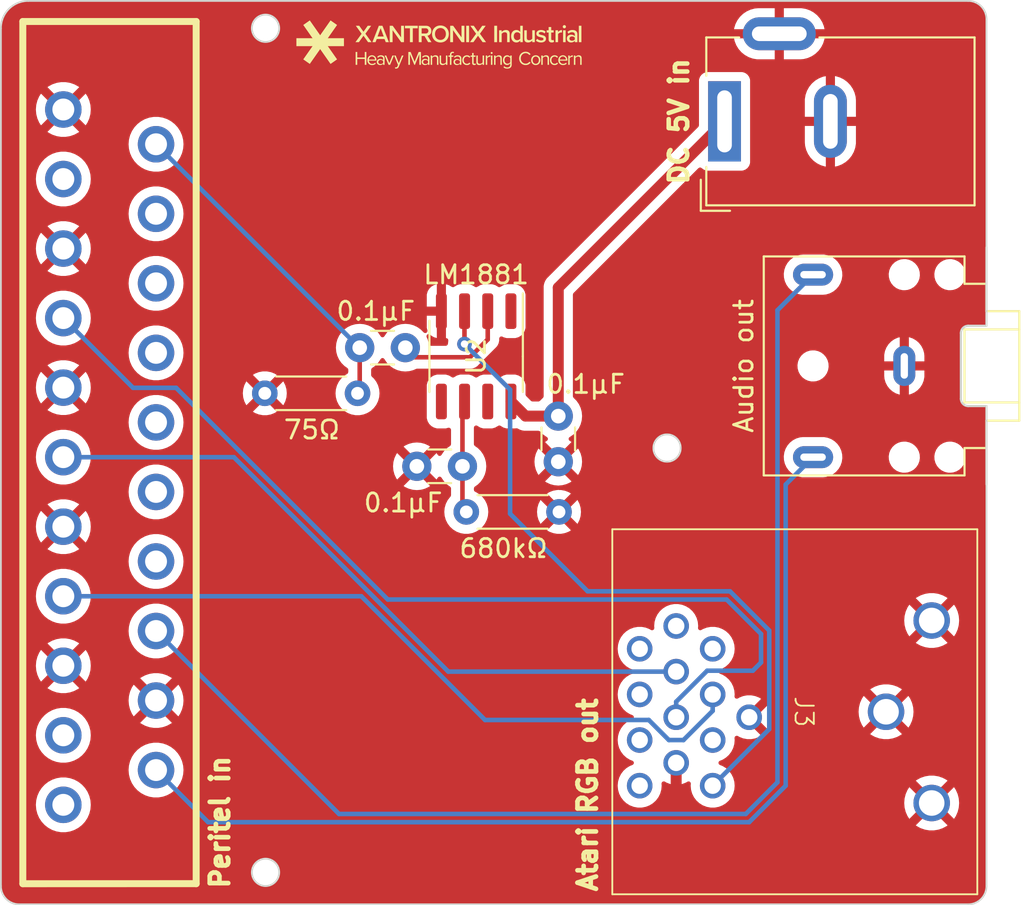
<source format=kicad_pcb>
(kicad_pcb (version 20221018) (generator pcbnew)

  (general
    (thickness 1.6)
  )

  (paper "A4")
  (layers
    (0 "F.Cu" signal)
    (31 "B.Cu" signal)
    (32 "B.Adhes" user "B.Adhesive")
    (33 "F.Adhes" user "F.Adhesive")
    (34 "B.Paste" user)
    (35 "F.Paste" user)
    (36 "B.SilkS" user "B.Silkscreen")
    (37 "F.SilkS" user "F.Silkscreen")
    (38 "B.Mask" user)
    (39 "F.Mask" user)
    (40 "Dwgs.User" user "User.Drawings")
    (41 "Cmts.User" user "User.Comments")
    (42 "Eco1.User" user "User.Eco1")
    (43 "Eco2.User" user "User.Eco2")
    (44 "Edge.Cuts" user)
    (45 "Margin" user)
    (46 "B.CrtYd" user "B.Courtyard")
    (47 "F.CrtYd" user "F.Courtyard")
    (48 "B.Fab" user)
    (49 "F.Fab" user)
    (50 "User.1" user)
    (51 "User.2" user)
    (52 "User.3" user)
    (53 "User.4" user)
    (54 "User.5" user)
    (55 "User.6" user)
    (56 "User.7" user)
    (57 "User.8" user)
    (58 "User.9" user)
  )

  (setup
    (pad_to_mask_clearance 0)
    (aux_axis_origin 117.5 110.5)
    (grid_origin 117.5 110.5)
    (pcbplotparams
      (layerselection 0x00010fc_ffffffff)
      (plot_on_all_layers_selection 0x0000000_00000000)
      (disableapertmacros false)
      (usegerberextensions false)
      (usegerberattributes true)
      (usegerberadvancedattributes true)
      (creategerberjobfile true)
      (dashed_line_dash_ratio 12.000000)
      (dashed_line_gap_ratio 3.000000)
      (svgprecision 4)
      (plotframeref false)
      (viasonmask false)
      (mode 1)
      (useauxorigin false)
      (hpglpennumber 1)
      (hpglpenspeed 20)
      (hpglpendiameter 15.000000)
      (dxfpolygonmode true)
      (dxfimperialunits true)
      (dxfusepcbnewfont true)
      (psnegative false)
      (psa4output false)
      (plotreference true)
      (plotvalue true)
      (plotinvisibletext false)
      (sketchpadsonfab false)
      (subtractmaskfromsilk false)
      (outputformat 1)
      (mirror false)
      (drillshape 1)
      (scaleselection 1)
      (outputdirectory "")
    )
  )

  (net 0 "")
  (net 1 "GND")
  (net 2 "Net-(U2-INT)")
  (net 3 "CVBS")
  (net 4 "Net-(U2-VIDEO)")
  (net 5 "unconnected-(J1-P1-Pad1)")
  (net 6 "AUDIO_L")
  (net 7 "unconnected-(J1-P3-Pad3)")
  (net 8 "VIDEO_B")
  (net 9 "unconnected-(J1-P8-Pad8)")
  (net 10 "unconnected-(J1-P10-Pad10)")
  (net 11 "VIDEO_G")
  (net 12 "unconnected-(J1-P12-Pad12)")
  (net 13 "unconnected-(J1-P14-Pad14)")
  (net 14 "VIDEO_R")
  (net 15 "unconnected-(J1-P16-Pad16)")
  (net 16 "unconnected-(J1-P18-Pad18)")
  (net 17 "unconnected-(J1-P19-Pad19)")
  (net 18 "AUDIO_R")
  (net 19 "unconnected-(J3-Pad1)")
  (net 20 "unconnected-(J3-Pad2)")
  (net 21 "HSYNC")
  (net 22 "unconnected-(J3-Pad3)")
  (net 23 "VSYNC")
  (net 24 "unconnected-(U2-BURST-Pad5)")
  (net 25 "+5V")
  (net 26 "unconnected-(U2-O{slash}E-Pad7)")
  (net 27 "unconnected-(J3-Pad4)")
  (net 28 "unconnected-(J3-Pad5)")
  (net 29 "unconnected-(J3-Pad11)")
  (net 30 "Net-(U2-CSYNC)")

  (footprint "Capacitor_THT:C_Disc_D3.0mm_W1.6mm_P2.50mm" (layer "F.Cu") (at 137.16 80))

  (footprint "Connector_BarrelJack:BarrelJack_Wuerth_6941xx301002" (layer "F.Cu") (at 157.15 67.6 90))

  (footprint "Capacitor_THT:C_Disc_D3.0mm_W1.6mm_P2.50mm" (layer "F.Cu") (at 148.04 83.75 -90))

  (footprint "Connector_Audio:Jack_3.5mm_CUI_SJ1-3523N_Horizontal" (layer "F.Cu") (at 167 81 90))

  (footprint "Capacitor_THT:C_Disc_D3.0mm_W1.6mm_P2.50mm" (layer "F.Cu") (at 140.29 86.5))

  (footprint "Resistor_THT:R_Axial_DIN0204_L3.6mm_D1.6mm_P5.08mm_Horizontal" (layer "F.Cu") (at 131.96 82.5))

  (footprint "Resistor_THT:R_Axial_DIN0204_L3.6mm_D1.6mm_P5.08mm_Horizontal" (layer "F.Cu") (at 148.08 89 180))

  (footprint "sc1224-scart:SCART" (layer "F.Cu") (at 128.19964 86 90))

  (footprint "Package_SO:SOIC-8_3.9x4.9mm_P1.27mm" (layer "F.Cu") (at 143.54 80.475 -90))

  (footprint "sc1224-scart:DIN-13" (layer "F.Cu") (at 171 99.95 -90))

  (gr_poly
    (pts
      (xy 138.825827 64.502473)
      (xy 138.739044 64.502473)
      (xy 138.526319 63.991298)
      (xy 138.612044 63.991298)
      (xy 138.782436 64.410398)
      (xy 138.951769 63.991298)
      (xy 139.038552 63.991298)
    )

    (stroke (width 0) (type solid)) (fill solid) (layer "F.SilkS") (tstamp 00c688b3-d054-4c12-8895-73ea33921b4a))
  (gr_poly
    (pts
      (xy 145.250024 63.978991)
      (xy 145.26264 63.980162)
      (xy 145.275045 63.982093)
      (xy 145.287221 63.984766)
      (xy 145.299149 63.988164)
      (xy 145.310811 63.992271)
      (xy 145.322187 63.997069)
      (xy 145.333259 64.002542)
      (xy 145.344009 64.008672)
      (xy 145.354417 64.015443)
      (xy 145.364466 64.022836)
      (xy 145.374137 64.030836)
      (xy 145.383411 64.039425)
      (xy 145.392269 64.048586)
      (xy 145.400694 64.058302)
      (xy 145.408665 64.068556)
      (xy 145.408665 63.991298)
      (xy 145.488041 63.991298)
      (xy 145.488041 64.487656)
      (xy 145.487697 64.503192)
      (xy 145.486679 64.518057)
      (xy 145.485008 64.532264)
      (xy 145.482703 64.545823)
      (xy 145.479787 64.558746)
      (xy 145.476278 64.571046)
      (xy 145.472199 64.582733)
      (xy 145.467568 64.59382)
      (xy 145.462408 64.604317)
      (xy 145.456737 64.614237)
      (xy 145.450578 64.623591)
      (xy 145.44395 64.632391)
      (xy 145.436874 64.640648)
      (xy 145.42937 64.648375)
      (xy 145.42146 64.655582)
      (xy 145.413163 64.662281)
      (xy 145.4045 64.668484)
      (xy 145.395492 64.674203)
      (xy 145.386159 64.679448)
      (xy 145.376522 64.684233)
      (xy 145.366602 64.688568)
      (xy 145.356418 64.692465)
      (xy 145.335342 64.698992)
      (xy 145.313461 64.703906)
      (xy 145.290938 64.707301)
      (xy 145.267937 64.70927)
      (xy 145.244623 64.709906)
      (xy 145.228667 64.709701)
      (xy 145.213314 64.709062)
      (xy 145.198522 64.707952)
      (xy 145.184249 64.706334)
      (xy 145.170454 64.70417)
      (xy 145.157094 64.701423)
      (xy 145.144128 64.698055)
      (xy 145.131514 64.694031)
      (xy 145.11921 64.689312)
      (xy 145.107175 64.683861)
      (xy 145.095365 64.677641)
      (xy 145.083741 64.670615)
      (xy 145.072258 64.662746)
      (xy 145.060877 64.653996)
      (xy 145.049554 64.644328)
      (xy 145.038249 64.633706)
      (xy 145.078465 64.574439)
      (xy 145.086505 64.583595)
      (xy 145.094764 64.592026)
      (xy 145.103261 64.599749)
      (xy 145.112018 64.606785)
      (xy 145.121053 64.61315)
      (xy 145.130388 64.618864)
      (xy 145.140042 64.623946)
      (xy 145.150035 64.628414)
      (xy 145.160388 64.632287)
      (xy 145.171121 64.635583)
      (xy 145.182254 64.638321)
      (xy 145.193807 64.640519)
      (xy 145.2058 64.642196)
      (xy 145.218254 64.643371)
      (xy 145.231188 64.644063)
      (xy 145.244623 64.644289)
      (xy 145.260418 64.643798)
      (xy 145.275981 64.642297)
      (xy 145.291202 64.639741)
      (xy 145.305974 64.636087)
      (xy 145.313157 64.633835)
      (xy 145.320187 64.631293)
      (xy 145.327051 64.628454)
      (xy 145.333734 64.625314)
      (xy 145.340224 64.621866)
      (xy 145.346506 64.618107)
      (xy 145.352568 64.614029)
      (xy 145.358394 64.609629)
      (xy 145.363973 64.604899)
      (xy 145.36929 64.599836)
      (xy 145.374332 64.594433)
      (xy 145.379086 64.588685)
      (xy 145.383537 64.582587)
      (xy 145.387672 64.576133)
      (xy 145.391477 64.569318)
      (xy 145.39494 64.562136)
      (xy 145.398046 64.554582)
      (xy 145.400782 64.546651)
      (xy 145.403134 64.538336)
      (xy 145.405089 64.529634)
      (xy 145.406633 64.520537)
      (xy 145.407753 64.511041)
      (xy 145.408435 64.501141)
      (xy 145.408665 64.490831)
      (xy 145.408665 64.417806)
      (xy 145.401426 64.427374)
      (xy 145.393615 64.436606)
      (xy 145.385255 64.445462)
      (xy 145.376369 64.453905)
      (xy 145.366981 64.461895)
      (xy 145.357114 64.469393)
      (xy 145.346792 64.476362)
      (xy 145.336037 64.482761)
      (xy 145.324872 64.488553)
      (xy 145.313322 64.493698)
      (xy 145.301409 64.498158)
      (xy 145.289156 64.501894)
      (xy 145.276587 64.504867)
      (xy 145.263725 64.507039)
      (xy 145.250593 64.50837)
      (xy 145.237215 64.508822)
      (xy 145.22483 64.508532)
      (xy 145.212684 64.507665)
      (xy 145.200788 64.506227)
      (xy 145.189152 64.504225)
      (xy 145.177785 64.501665)
      (xy 145.166698 64.498553)
      (xy 145.155901 64.494896)
      (xy 145.145404 64.490698)
      (xy 145.135218 64.485968)
      (xy 145.125351 64.48071)
      (xy 145.115814 64.474932)
      (xy 145.106618 64.468639)
      (xy 145.097772 64.461837)
      (xy 145.089287 64.454533)
      (xy 145.081172 64.446733)
      (xy 145.073438 64.438443)
      (xy 145.066094 64.42967)
      (xy 145.059151 64.420419)
      (xy 145.052619 64.410696)
      (xy 145.046508 64.400509)
      (xy 145.040828 64.389862)
      (xy 145.035589 64.378763)
      (xy 145.030801 64.367218)
      (xy 145.026474 64.355232)
      (xy 145.022619 64.342812)
      (xy 145.019244 64.329964)
      (xy 145.016362 64.316695)
      (xy 145.013981 64.30301)
      (xy 145.012111 64.288916)
      (xy 145.010763 64.274418)
      (xy 145.009947 64.259524)
      (xy 145.009673 64.244239)
      (xy 145.092223 64.244239)
      (xy 145.092402 64.254668)
      (xy 145.092937 64.264914)
      (xy 145.093825 64.274966)
      (xy 145.095061 64.284816)
      (xy 145.096642 64.294453)
      (xy 145.098565 64.303868)
      (xy 145.100824 64.313052)
      (xy 145.103418 64.321994)
      (xy 145.106342 64.330685)
      (xy 145.109593 64.339115)
      (xy 145.113166 64.347274)
      (xy 145.117059 64.355153)
      (xy 145.121267 64.362743)
      (xy 145.125787 64.370033)
      (xy 145.130615 64.377013)
      (xy 145.135747 64.383675)
      (xy 145.14118 64.390008)
      (xy 145.146911 64.396002)
      (xy 145.152934 64.401649)
      (xy 145.159248 64.406937)
      (xy 145.165847 64.411859)
      (xy 145.172729 64.416403)
      (xy 145.179889 64.42056)
      (xy 145.187324 64.424321)
      (xy 145.195031 64.427676)
      (xy 145.203005 64.430615)
      (xy 145.211244 64.433128)
      (xy 145.219742 64.435206)
      (xy 145.228497 64.43684)
      (xy 145.237505 64.438018)
      (xy 145.246762 64.438732)
      (xy 145.256265 64.438973)
      (xy 145.262211 64.438859)
      (xy 145.268139 64.438522)
      (xy 145.274043 64.437968)
      (xy 145.279916 64.437203)
      (xy 145.285755 64.436234)
      (xy 145.291551 64.435066)
      (xy 145.297301 64.433706)
      (xy 145.302997 64.43216)
      (xy 145.308635 64.430434)
      (xy 145.314208 64.428534)
      (xy 145.31971 64.426467)
      (xy 145.325136 64.424239)
      (xy 145.335735 64.419323)
      (xy 145.345959 64.413837)
      (xy 145.355761 64.40783)
      (xy 145.365096 64.401352)
      (xy 145.373915 64.394452)
      (xy 145.382174 64.38718)
      (xy 145.389824 64.379586)
      (xy 145.396821 64.371719)
      (xy 145.403117 64.363628)
      (xy 145.405987 64.359515)
      (xy 145.408665 64.355364)
      (xy 145.408665 64.132056)
      (xy 145.403117 64.123804)
      (xy 145.396821 64.115747)
      (xy 145.389824 64.107932)
      (xy 145.382174 64.100405)
      (xy 145.373915 64.093213)
      (xy 145.365096 64.086403)
      (xy 145.355761 64.08002)
      (xy 145.345959 64.074112)
      (xy 145.335735 64.068725)
      (xy 145.325135 64.063905)
      (xy 145.314207 64.059699)
      (xy 145.302997 64.056154)
      (xy 145.291551 64.053315)
      (xy 145.279916 64.05123)
      (xy 145.268139 64.049945)
      (xy 145.256265 64.049506)
      (xy 145.246762 64.049743)
      (xy 145.237505 64.050449)
      (xy 145.228497 64.051614)
      (xy 145.219742 64.053229)
      (xy 145.211244 64.055285)
      (xy 145.203005 64.057773)
      (xy 145.195031 64.060684)
      (xy 145.187324 64.064008)
      (xy 145.179889 64.067738)
      (xy 145.172729 64.071863)
      (xy 145.165847 64.076374)
      (xy 145.159248 64.081262)
      (xy 145.152934 64.086519)
      (xy 145.146911 64.092135)
      (xy 145.14118 64.0981)
      (xy 145.135747 64.104407)
      (xy 145.130615 64.111045)
      (xy 145.125787 64.118006)
      (xy 145.121267 64.125281)
      (xy 145.117059 64.13286)
      (xy 145.113166 64.140734)
      (xy 145.109593 64.148895)
      (xy 145.106342 64.157333)
      (xy 145.103418 64.166038)
      (xy 145.098565 64.184217)
      (xy 145.095061 64.203359)
      (xy 145.092937 64.223391)
      (xy 145.092223 64.244239)
      (xy 145.009673 64.244239)
      (xy 145.009944 64.229044)
      (xy 145.010752 64.214223)
      (xy 145.012086 64.199781)
      (xy 145.013937 64.185727)
      (xy 145.016296 64.172067)
      (xy 145.019154 64.158809)
      (xy 145.0225 64.14596)
      (xy 145.026325 64.133528)
      (xy 145.03062 64.121518)
      (xy 145.035376 64.109939)
      (xy 145.040582 64.098797)
      (xy 145.046229 64.0881)
      (xy 145.052308 64.077855)
      (xy 145.05881 64.068069)
      (xy 145.065724 64.058749)
      (xy 145.073041 64.049903)
      (xy 145.080752 64.041537)
      (xy 145.088848 64.033659)
      (xy 145.097318 64.026276)
      (xy 145.106153 64.019395)
      (xy 145.115345 64.013023)
      (xy 145.124882 64.007168)
      (xy 145.134757 64.001836)
      (xy 145.144958 63.997036)
      (xy 145.155478 63.992773)
      (xy 145.166306 63.989055)
      (xy 145.177432 63.985889)
      (xy 145.188848 63.983283)
      (xy 145.200544 63.981244)
      (xy 145.21251 63.979779)
      (xy 145.224737 63.978894)
      (xy 145.237215 63.978597)
    )

    (stroke (width 0) (type solid)) (fill solid) (layer "F.SilkS") (tstamp 058064fb-4473-4e89-8c3b-42cb81f63dd3))
  (gr_poly
    (pts
      (xy 135.919296 64.203264)
      (xy 135.561695 64.453662)
      (xy 134.066851 62.318831)
      (xy 134.424452 62.068433)
    )

    (stroke (width 0) (type solid)) (fill solid) (layer "F.SilkS") (tstamp 07134625-3018-4cb6-b3eb-d01a8873e4d7))
  (gr_poly
    (pts
      (xy 143.400476 63.991298)
      (xy 143.504193 63.991298)
      (xy 143.504193 64.061148)
      (xy 143.400476 64.061148)
      (xy 143.400476 64.378648)
      (xy 143.400674 64.385663)
      (xy 143.400923 64.38907)
      (xy 143.401272 64.392406)
      (xy 143.40172 64.395667)
      (xy 143.402269 64.398851)
      (xy 143.402918 64.401954)
      (xy 143.403667 64.404974)
      (xy 143.404518 64.407907)
      (xy 143.405469 64.410749)
      (xy 143.406521 64.413499)
      (xy 143.407675 64.416153)
      (xy 143.40893 64.418707)
      (xy 143.410288 64.421159)
      (xy 143.411747 64.423506)
      (xy 143.413308 64.425744)
      (xy 143.414971 64.42787)
      (xy 143.416737 64.429882)
      (xy 143.418606 64.431776)
      (xy 143.420577 64.433549)
      (xy 143.422652 64.435198)
      (xy 143.42483 64.43672)
      (xy 143.427112 64.438111)
      (xy 143.429497 64.43937)
      (xy 143.431986 64.440492)
      (xy 143.434579 64.441474)
      (xy 143.437276 64.442314)
      (xy 143.440078 64.443008)
      (xy 143.442984 64.443553)
      (xy 143.445996 64.443946)
      (xy 143.449112 64.444184)
      (xy 143.452333 64.444264)
      (xy 143.456486 64.444155)
      (xy 143.4606 64.443832)
      (xy 143.464661 64.443309)
      (xy 143.468655 64.442594)
      (xy 143.472569 64.4417)
      (xy 143.476388 64.440637)
      (xy 143.480099 64.439415)
      (xy 143.483687 64.438047)
      (xy 143.487139 64.436542)
      (xy 143.49044 64.434911)
      (xy 143.493577 64.433166)
      (xy 143.496536 64.431316)
      (xy 143.499303 64.429374)
      (xy 143.501863 64.42735)
      (xy 143.504203 64.425254)
      (xy 143.506309 64.423098)
      (xy 143.529593 64.482364)
      (xy 143.525721 64.485872)
      (xy 143.521636 64.489243)
      (xy 143.517326 64.492466)
      (xy 143.512775 64.495527)
      (xy 143.50797 64.498415)
      (xy 143.502896 64.501117)
      (xy 143.497541 64.50362)
      (xy 143.491889 64.505912)
      (xy 143.485928 64.507981)
      (xy 143.479642 64.509815)
      (xy 143.473018 64.5114)
      (xy 143.466043 64.512725)
      (xy 143.458702 64.513777)
      (xy 143.45098 64.514544)
      (xy 143.442865 64.515013)
      (xy 143.434343 64.515173)
      (xy 143.427407 64.515046)
      (xy 143.420688 64.514667)
      (xy 143.414187 64.514037)
      (xy 143.407903 64.513159)
      (xy 143.401837 64.512035)
      (xy 143.395989 64.510666)
      (xy 143.390359 64.509054)
      (xy 143.384948 64.507202)
      (xy 143.379755 64.505111)
      (xy 143.374782 64.502783)
      (xy 143.370027 64.50022)
      (xy 143.365491 64.497425)
      (xy 143.361175 64.494398)
      (xy 143.357078 64.491143)
      (xy 143.353201 64.48766)
      (xy 143.349544 64.483952)
      (xy 143.346107 64.480021)
      (xy 143.34289 64.475868)
      (xy 143.339894 64.471496)
      (xy 143.337119 64.466907)
      (xy 143.334564 64.462102)
      (xy 143.332231 64.457084)
      (xy 143.330119 64.451854)
      (xy 143.328228 64.446414)
      (xy 143.326559 64.440767)
      (xy 143.325112 64.434913)
      (xy 143.323887 64.428856)
      (xy 143.322885 64.422597)
      (xy 143.322105 64.416139)
      (xy 143.321547 64.409481)
      (xy 143.321101 64.395581)
      (xy 143.321101 64.061148)
      (xy 143.236434 64.061148)
      (xy 143.236434 63.991298)
      (xy 143.321101 63.991298)
      (xy 143.321101 63.851598)
      (xy 143.400476 63.851598)
    )

    (stroke (width 0) (type solid)) (fill solid) (layer "F.SilkS") (tstamp 0d856076-be46-42ff-bfda-709b124b3993))
  (gr_poly
    (pts
      (xy 138.345248 63.979175)
      (xy 138.364733 63.980931)
      (xy 138.383585 63.983907)
      (xy 138.392742 63.985863)
      (xy 138.4017 63.988139)
      (xy 138.410448 63.990739)
      (xy 138.418971 63.993668)
      (xy 138.427258 63.99693)
      (xy 138.435294 64.000531)
      (xy 138.443066 64.004476)
      (xy 138.450562 64.008768)
      (xy 138.457768 64.013414)
      (xy 138.464671 64.018417)
      (xy 138.471257 64.023784)
      (xy 138.477515 64.029518)
      (xy 138.483429 64.035624)
      (xy 138.488988 64.042108)
      (xy 138.494178 64.048974)
      (xy 138.498985 64.056227)
      (xy 138.503397 64.063871)
      (xy 138.507401 64.071913)
      (xy 138.510983 64.080356)
      (xy 138.51413 64.089205)
      (xy 138.51683 64.098466)
      (xy 138.519068 64.108142)
      (xy 138.520831 64.11824)
      (xy 138.522107 64.128763)
      (xy 138.522882 64.139717)
      (xy 138.523144 64.151106)
      (xy 138.523144 64.502473)
      (xy 138.443769 64.502473)
      (xy 138.443769 64.444264)
      (xy 138.435647 64.452735)
      (xy 138.42716 64.460681)
      (xy 138.418317 64.4681)
      (xy 138.409125 64.474989)
      (xy 138.399592 64.481345)
      (xy 138.389726 64.487164)
      (xy 138.379534 64.492444)
      (xy 138.369024 64.497181)
      (xy 138.358204 64.501373)
      (xy 138.347082 64.505015)
      (xy 138.335666 64.508106)
      (xy 138.323962 64.510642)
      (xy 138.31198 64.512619)
      (xy 138.299726 64.514036)
      (xy 138.287209 64.514888)
      (xy 138.274435 64.515173)
      (xy 138.266287 64.515002)
      (xy 138.258125 64.514492)
      (xy 138.241834 64.512455)
      (xy 138.23374 64.51093)
      (xy 138.225704 64.509068)
      (xy 138.217744 64.506872)
      (xy 138.209877 64.504341)
      (xy 138.202123 64.501477)
      (xy 138.194497 64.498281)
      (xy 138.187019 64.494753)
      (xy 138.179706 64.490895)
      (xy 138.172577 64.486708)
      (xy 138.165647 64.482192)
      (xy 138.158937 64.477348)
      (xy 138.152463 64.472178)
      (xy 138.146243 64.466682)
      (xy 138.140295 64.460862)
      (xy 138.134637 64.454718)
      (xy 138.129287 64.448252)
      (xy 138.124262 64.441464)
      (xy 138.119581 64.434355)
      (xy 138.115261 64.426926)
      (xy 138.11132 64.419179)
      (xy 138.107776 64.411113)
      (xy 138.104646 64.402731)
      (xy 138.10195 64.394033)
      (xy 138.099703 64.385021)
      (xy 138.097925 64.375694)
      (xy 138.096633 64.366054)
      (xy 138.095844 64.356102)
      (xy 138.095605 64.346898)
      (xy 138.177069 64.346898)
      (xy 138.17722 64.352896)
      (xy 138.177669 64.358785)
      (xy 138.178412 64.364557)
      (xy 138.179442 64.370208)
      (xy 138.180754 64.375733)
      (xy 138.182343 64.381126)
      (xy 138.184203 64.386382)
      (xy 138.186329 64.391496)
      (xy 138.188716 64.396463)
      (xy 138.191357 64.401278)
      (xy 138.194248 64.405935)
      (xy 138.197384 64.410429)
      (xy 138.200758 64.414754)
      (xy 138.204365 64.418906)
      (xy 138.2082 64.42288)
      (xy 138.212258 64.426669)
      (xy 138.216533 64.43027)
      (xy 138.221019 64.433676)
      (xy 138.225712 64.436882)
      (xy 138.230605 64.439884)
      (xy 138.235694 64.442676)
      (xy 138.240973 64.445252)
      (xy 138.246436 64.447608)
      (xy 138.252078 64.449738)
      (xy 138.257894 64.451637)
      (xy 138.263878 64.4533)
      (xy 138.270025 64.454721)
      (xy 138.276329 64.455895)
      (xy 138.282785 64.456818)
      (xy 138.289387 64.457484)
      (xy 138.296131 64.457887)
      (xy 138.30301 64.458023)
      (xy 138.313497 64.457774)
      (xy 138.323904 64.45703)
      (xy 138.334199 64.45579)
      (xy 138.344352 64.454054)
      (xy 138.35433 64.451821)
      (xy 138.364104 64.449093)
      (xy 138.373643 64.445868)
      (xy 138.382915 64.442147)
      (xy 138.391889 64.437931)
      (xy 138.400534 64.433218)
      (xy 138.40882 64.428009)
      (xy 138.416715 64.422304)
      (xy 138.424188 64.416103)
      (xy 138.427757 64.412816)
      (xy 138.431209 64.409405)
      (xy 138.43454 64.405871)
      (xy 138.437746 64.402212)
      (xy 138.440824 64.398429)
      (xy 138.443769 64.394522)
      (xy 138.443769 64.298214)
      (xy 138.437746 64.290525)
      (xy 138.431209 64.283332)
      (xy 138.424188 64.276634)
      (xy 138.416715 64.270433)
      (xy 138.40882 64.264728)
      (xy 138.400534 64.259519)
      (xy 138.391888 64.254806)
      (xy 138.382914 64.250589)
      (xy 138.373642 64.246869)
      (xy 138.364104 64.243644)
      (xy 138.35433 64.240916)
      (xy 138.344351 64.238683)
      (xy 138.334199 64.236947)
      (xy 138.323904 64.235707)
      (xy 138.313497 64.234962)
      (xy 138.30301 64.234714)
      (xy 138.296131 64.23485)
      (xy 138.289387 64.235253)
      (xy 138.282785 64.235919)
      (xy 138.276329 64.236843)
      (xy 138.270025 64.23802)
      (xy 138.263878 64.239444)
      (xy 138.257894 64.241111)
      (xy 138.252078 64.243016)
      (xy 138.246436 64.245153)
      (xy 138.240973 64.247517)
      (xy 138.235694 64.250104)
      (xy 138.230606 64.252909)
      (xy 138.225712 64.255925)
      (xy 138.22102 64.25915)
      (xy 138.216533 64.262576)
      (xy 138.212258 64.2662)
      (xy 138.208201 64.270016)
      (xy 138.204365 64.274019)
      (xy 138.200758 64.278204)
      (xy 138.197384 64.282567)
      (xy 138.194248 64.287101)
      (xy 138.191357 64.291803)
      (xy 138.188716 64.296666)
      (xy 138.186329 64.301687)
      (xy 138.184203 64.306859)
      (xy 138.182343 64.312179)
      (xy 138.180754 64.31764)
      (xy 138.179442 64.323238)
      (xy 138.178412 64.328968)
      (xy 138.177669 64.334825)
      (xy 138.17722 64.340803)
      (xy 138.177069 64.346898)
      (xy 138.095605 64.346898)
      (xy 138.095577 64.34584)
      (xy 138.095844 64.3353)
      (xy 138.096633 64.325114)
      (xy 138.097925 64.315278)
      (xy 138.099703 64.305792)
      (xy 138.10195 64.296655)
      (xy 138.104646 64.287866)
      (xy 138.107776 64.279424)
      (xy 138.11132 64.271326)
      (xy 138.115261 64.263573)
      (xy 138.119581 64.256163)
      (xy 138.124262 64.249094)
      (xy 138.129287 64.242367)
      (xy 138.134637 64.235979)
      (xy 138.140295 64.229929)
      (xy 138.146243 64.224216)
      (xy 138.152463 64.218839)
      (xy 138.158937 64.213798)
      (xy 138.165647 64.20909)
      (xy 138.172577 64.204714)
      (xy 138.179706 64.20067)
      (xy 138.187019 64.196956)
      (xy 138.194497 64.193571)
      (xy 138.209877 64.187784)
      (xy 138.225704 64.183299)
      (xy 138.241834 64.180107)
      (xy 138.258125 64.178199)
      (xy 138.274435 64.177564)
      (xy 138.287395 64.177826)
      (xy 138.300073 64.178612)
      (xy 138.312463 64.179929)
      (xy 138.324558 64.181781)
      (xy 138.336348 64.184173)
      (xy 138.347826 64.187108)
      (xy 138.358986 64.190592)
      (xy 138.369818 64.19463)
      (xy 138.380315 64.199226)
      (xy 138.39047 64.204384)
      (xy 138.400274 64.21011)
      (xy 138.40972 64.216409)
      (xy 138.4188 64.223283)
      (xy 138.427507 64.230739)
      (xy 138.435833 64.238782)
      (xy 138.443769 64.247414)
      (xy 138.443769 64.155339)
      (xy 138.443609 64.148977)
      (xy 138.443133 64.142791)
      (xy 138.442347 64.136781)
      (xy 138.441259 64.13095)
      (xy 138.439875 64.1253)
      (xy 138.438202 64.119832)
      (xy 138.436245 64.114549)
      (xy 138.434012 64.109451)
      (xy 138.43151 64.10454)
      (xy 138.428744 64.099819)
      (xy 138.425721 64.09529)
      (xy 138.422449 64.090953)
      (xy 138.418933 64.08681)
      (xy 138.415181 64.082864)
      (xy 138.411198 64.079116)
      (xy 138.406992 64.075567)
      (xy 138.402568 64.072221)
      (xy 138.397934 64.069077)
      (xy 138.393096 64.066139)
      (xy 138.388061 64.063407)
      (xy 138.382836 64.060884)
      (xy 138.377426 64.058571)
      (xy 138.371839 64.05647)
      (xy 138.36608 64.054583)
      (xy 138.354077 64.051456)
      (xy 138.34147 64.049206)
      (xy 138.328311 64.047846)
      (xy 138.314652 64.047389)
      (xy 138.303277 64.047651)
      (xy 138.292164 64.048439)
      (xy 138.281303 64.049761)
      (xy 138.270682 64.051623)
      (xy 138.26029 64.05403)
      (xy 138.250116 64.056989)
      (xy 138.240151 64.060506)
      (xy 138.230382 64.064587)
      (xy 138.2208 64.069239)
      (xy 138.211392 64.074468)
      (xy 138.202149 64.080279)
      (xy 138.193059 64.08668)
      (xy 138.184112 64.093676)
      (xy 138.175297 64.101273)
      (xy 138.166603 64.109479)
      (xy 138.158019 64.118298)
      (xy 138.120977 64.063264)
      (xy 138.131422 64.052895)
      (xy 138.142125 64.043218)
      (xy 138.153098 64.034229)
      (xy 138.164352 64.025925)
      (xy 138.175898 64.018303)
      (xy 138.187745 64.011361)
      (xy 138.199906 64.005094)
      (xy 138.212391 63.9995)
      (xy 138.22521 63.994576)
      (xy 138.238376 63.990318)
      (xy 138.251898 63.986724)
      (xy 138.265787 63.98379)
      (xy 138.280054 63.981514)
      (xy 138.294711 63.979892)
      (xy 138.309768 63.978921)
      (xy 138.325235 63.978598)
    )

    (stroke (width 0) (type solid)) (fill solid) (layer "F.SilkS") (tstamp 1224d46b-fa90-4b61-bd16-98fd37cc1132))
  (gr_poly
    (pts
      (xy 147.653408 62.609299)
      (xy 147.785646 62.609299)
      (xy 147.785646 62.733442)
      (xy 147.653408 62.733442)
      (xy 147.653408 63.074834)
      (xy 147.653472 63.078972)
      (xy 147.653661 63.083036)
      (xy 147.653975 63.087021)
      (xy 147.654415 63.090924)
      (xy 147.654979 63.09474)
      (xy 147.655668 63.098467)
      (xy 147.65648 63.102101)
      (xy 147.657414 63.105638)
      (xy 147.658472 63.109073)
      (xy 147.659651 63.112405)
      (xy 147.660952 63.115628)
      (xy 147.662374 63.118739)
      (xy 147.663917 63.121734)
      (xy 147.66558 63.12461)
      (xy 147.667362 63.127363)
      (xy 147.669263 63.12999)
      (xy 147.671284 63.132485)
      (xy 147.673422 63.134847)
      (xy 147.675677 63.137071)
      (xy 147.67805 63.139153)
      (xy 147.68054 63.14109)
      (xy 147.683145 63.142878)
      (xy 147.685867 63.144513)
      (xy 147.688703 63.145992)
      (xy 147.691654 63.147311)
      (xy 147.694719 63.148466)
      (xy 147.697898 63.149454)
      (xy 147.70119 63.15027)
      (xy 147.704595 63.150911)
      (xy 147.708111 63.151374)
      (xy 147.71174 63.151654)
      (xy 147.71548 63.151748)
      (xy 147.720521 63.151624)
      (xy 147.72551 63.151261)
      (xy 147.730428 63.150672)
      (xy 147.735256 63.149872)
      (xy 147.739973 63.148874)
      (xy 147.744559 63.147692)
      (xy 147.748995 63.146341)
      (xy 147.753261 63.144833)
      (xy 147.757338 63.143183)
      (xy 147.761205 63.141404)
      (xy 147.764842 63.139511)
      (xy 147.768231 63.137517)
      (xy 147.771351 63.135436)
      (xy 147.774182 63.133281)
      (xy 147.776705 63.131068)
      (xy 147.7789 63.128809)
      (xy 147.812634 63.23541)
      (xy 147.807635 63.239882)
      (xy 147.802245 63.24418)
      (xy 147.796451 63.248289)
      (xy 147.790243 63.252192)
      (xy 147.783607 63.255874)
      (xy 147.776533 63.259319)
      (xy 147.769008 63.26251)
      (xy 147.761021 63.265433)
      (xy 147.752559 63.268071)
      (xy 147.743611 63.270409)
      (xy 147.734164 63.27243)
      (xy 147.724208 63.27412)
      (xy 147.71373 63.275461)
      (xy 147.702718 63.276439)
      (xy 147.691161 63.277037)
      (xy 147.679046 63.27724)
      (xy 147.66895 63.277067)
      (xy 147.659155 63.276547)
      (xy 147.649664 63.275684)
      (xy 147.640476 63.274478)
      (xy 147.631594 63.272933)
      (xy 147.623018 63.271049)
      (xy 147.61475 63.26883)
      (xy 147.606792 63.266276)
      (xy 147.599144 63.263391)
      (xy 147.591807 63.260175)
      (xy 147.584783 63.256632)
      (xy 147.578073 63.252762)
      (xy 147.571678 63.248568)
      (xy 147.5656 63.244051)
      (xy 147.55984 63.239215)
      (xy 147.554398 63.23406)
      (xy 147.549277 63.228589)
      (xy 147.544477 63.222804)
      (xy 147.54 63.216706)
      (xy 147.535847 63.210298)
      (xy 147.532019 63.203582)
      (xy 147.528518 63.19656)
      (xy 147.525344 63.189233)
      (xy 147.522498 63.181603)
      (xy 147.519983 63.173673)
      (xy 147.5178 63.165445)
      (xy 147.515948 63.15692)
      (xy 147.514431 63.148101)
      (xy 147.513249 63.138989)
      (xy 147.512403 63.129586)
      (xy 147.511894 63.119895)
      (xy 147.511725 63.109918)
      (xy 147.511725 62.733442)
      (xy 147.403773 62.733442)
      (xy 147.403773 62.609299)
      (xy 147.511725 62.609299)
      (xy 147.511725 62.431182)
      (xy 147.653408 62.431182)
    )

    (stroke (width 0) (type solid)) (fill solid) (layer "F.SilkS") (tstamp 1728a95b-89b1-46a2-bb67-abd20423d939))
  (gr_poly
    (pts
      (xy 144.6887 63.261048)
      (xy 144.530822 63.261048)
      (xy 144.530822 62.361015)
      (xy 144.6887 62.361015)
    )

    (stroke (width 0) (type solid)) (fill solid) (layer "F.SilkS") (tstamp 17c3ac52-6cc4-4b9d-b8bb-d4264712788c))
  (gr_poly
    (pts
      (xy 143.041854 63.978708)
      (xy 143.050255 63.979038)
      (xy 143.058441 63.979581)
      (xy 143.066416 63.980334)
      (xy 143.074184 63.981291)
      (xy 143.081749 63.982448)
      (xy 143.089116 63.983801)
      (xy 143.096287 63.985344)
      (xy 143.103268 63.987074)
      (xy 143.110062 63.988984)
      (xy 143.116674 63.991072)
      (xy 143.123107 63.993331)
      (xy 143.129366 63.995758)
      (xy 143.135454 63.998348)
      (xy 143.141377 64.001096)
      (xy 143.147137 64.003997)
      (xy 143.152738 64.007047)
      (xy 143.158186 64.010242)
      (xy 143.163484 64.013576)
      (xy 143.168636 64.017045)
      (xy 143.178518 64.024368)
      (xy 143.187866 64.032175)
      (xy 143.196711 64.040429)
      (xy 143.205087 64.049092)
      (xy 143.213025 64.058127)
      (xy 143.220559 64.067497)
      (xy 143.167642 64.116181)
      (xy 143.16118 64.107758)
      (xy 143.154495 64.099946)
      (xy 143.147587 64.092736)
      (xy 143.140456 64.086117)
      (xy 143.133101 64.080082)
      (xy 143.125523 64.07462)
      (xy 143.117722 64.069723)
      (xy 143.109698 64.065381)
      (xy 143.10145 64.061584)
      (xy 143.09298 64.058324)
      (xy 143.084286 64.055591)
      (xy 143.075368 64.053375)
      (xy 143.066228 64.051668)
      (xy 143.056864 64.050461)
      (xy 143.047277 64.049743)
      (xy 143.037467 64.049506)
      (xy 143.027369 64.049749)
      (xy 143.017518 64.050472)
      (xy 143.007918 64.051666)
      (xy 142.998575 64.053319)
      (xy 142.989493 64.055423)
      (xy 142.980677 64.057968)
      (xy 142.972132 64.060943)
      (xy 142.963863 64.064339)
      (xy 142.955874 64.068145)
      (xy 142.948171 64.072353)
      (xy 142.940758 64.076952)
      (xy 142.93364 64.081932)
      (xy 142.926823 64.087283)
      (xy 142.92031 64.092995)
      (xy 142.914106 64.099059)
      (xy 142.908218 64.105465)
      (xy 142.902648 64.112203)
      (xy 142.897403 64.119262)
      (xy 142.892487 64.126633)
      (xy 142.887905 64.134307)
      (xy 142.883661 64.142272)
      (xy 142.879761 64.15052)
      (xy 142.87621 64.159041)
      (xy 142.873012 64.167824)
      (xy 142.870172 64.17686)
      (xy 142.867694 64.186138)
      (xy 142.865585 64.19565)
      (xy 142.863848 64.205385)
      (xy 142.862489 64.215332)
      (xy 142.861512 64.225483)
      (xy 142.860923 64.235828)
      (xy 142.860725 64.246356)
      (xy 142.860923 64.256887)
      (xy 142.861512 64.26724)
      (xy 142.862489 64.277405)
      (xy 142.863848 64.287372)
      (xy 142.865585 64.297131)
      (xy 142.867694 64.306671)
      (xy 142.870172 64.315981)
      (xy 142.873012 64.325053)
      (xy 142.87621 64.333875)
      (xy 142.879761 64.342436)
      (xy 142.883661 64.350728)
      (xy 142.887905 64.35874)
      (xy 142.892487 64.36646)
      (xy 142.897403 64.37388)
      (xy 142.902648 64.380989)
      (xy 142.908218 64.387776)
      (xy 142.914106 64.394231)
      (xy 142.92031 64.400344)
      (xy 142.926823 64.406105)
      (xy 142.93364 64.411503)
      (xy 142.940758 64.416529)
      (xy 142.948171 64.421171)
      (xy 142.955874 64.42542)
      (xy 142.963863 64.429265)
      (xy 142.972132 64.432697)
      (xy 142.980677 64.435704)
      (xy 142.989493 64.438277)
      (xy 142.998575 64.440405)
      (xy 143.007918 64.442078)
      (xy 143.017518 64.443286)
      (xy 143.027369 64.444018)
      (xy 143.037467 64.444264)
      (xy 143.047277 64.444015)
      (xy 143.056864 64.443266)
      (xy 143.066228 64.442011)
      (xy 143.075368 64.440246)
      (xy 143.084286 64.437966)
      (xy 143.09298 64.435167)
      (xy 143.10145 64.431844)
      (xy 143.109698 64.427992)
      (xy 143.117722 64.423607)
      (xy 143.125523 64.418684)
      (xy 143.133101 64.413219)
      (xy 143.140456 64.407206)
      (xy 143.147587 64.400641)
      (xy 143.154495 64.39352)
      (xy 143.16118 64.385838)
      (xy 143.167642 64.377589)
      (xy 143.220559 64.426272)
      (xy 143.213025 64.435642)
      (xy 143.205087 64.444677)
      (xy 143.196711 64.45334)
      (xy 143.187866 64.461594)
      (xy 143.178519 64.469402)
      (xy 143.168636 64.476725)
      (xy 143.158187 64.483528)
      (xy 143.147137 64.489772)
      (xy 143.135455 64.495422)
      (xy 143.123107 64.500438)
      (xy 143.110062 64.504785)
      (xy 143.096287 64.508426)
      (xy 143.081749 64.511321)
      (xy 143.066416 64.513436)
      (xy 143.050255 64.514732)
      (xy 143.033234 64.515172)
      (xy 143.019094 64.514834)
      (xy 143.005255 64.513828)
      (xy 142.991727 64.512169)
      (xy 142.978519 64.509872)
      (xy 142.965641 64.506953)
      (xy 142.953104 64.503424)
      (xy 142.940916 64.499302)
      (xy 142.929087 64.494601)
      (xy 142.917628 64.489336)
      (xy 142.906546 64.483521)
      (xy 142.895854 64.477171)
      (xy 142.885559 64.470301)
      (xy 142.875672 64.462925)
      (xy 142.866203 64.455059)
      (xy 142.85716 64.446717)
      (xy 142.848554 64.437914)
      (xy 142.840395 64.428664)
      (xy 142.832692 64.418983)
      (xy 142.825455 64.408885)
      (xy 142.818694 64.398384)
      (xy 142.812417 64.387495)
      (xy 142.806636 64.376234)
      (xy 142.801359 64.364615)
      (xy 142.796597 64.352652)
      (xy 142.792358 64.340361)
      (xy 142.788653 64.327756)
      (xy 142.785492 64.314851)
      (xy 142.782884 64.301662)
      (xy 142.780838 64.288203)
      (xy 142.779365 64.27449)
      (xy 142.778474 64.260535)
      (xy 142.778175 64.246356)
      (xy 142.778474 64.232272)
      (xy 142.779365 64.218408)
      (xy 142.780838 64.204779)
      (xy 142.782884 64.191399)
      (xy 142.785492 64.178283)
      (xy 142.788653 64.165447)
      (xy 142.792358 64.152904)
      (xy 142.796597 64.140671)
      (xy 142.801359 64.128762)
      (xy 142.806636 64.117192)
      (xy 142.812417 64.105975)
      (xy 142.818694 64.095128)
      (xy 142.825455 64.084664)
      (xy 142.832692 64.074598)
      (xy 142.840395 64.064947)
      (xy 142.848554 64.055723)
      (xy 142.85716 64.046943)
      (xy 142.866203 64.038622)
      (xy 142.875672 64.030773)
      (xy 142.885559 64.023413)
      (xy 142.895854 64.016556)
      (xy 142.906546 64.010217)
      (xy 142.917628 64.004411)
      (xy 142.929087 63.999152)
      (xy 142.940916 63.994456)
      (xy 142.953104 63.990338)
      (xy 142.965641 63.986813)
      (xy 142.978519 63.983895)
      (xy 142.991727 63.9816)
      (xy 143.005255 63.979942)
      (xy 143.019094 63.978936)
      (xy 143.033234 63.978597)
    )

    (stroke (width 0) (type solid)) (fill solid) (layer "F.SilkS") (tstamp 1f45d3f2-29be-4fb7-a6ba-9ad815e177ed))
  (gr_poly
    (pts
      (xy 135.919296 62.318831)
      (xy 134.424478 64.453662)
      (xy 134.066851 64.203264)
      (xy 135.561669 62.068433)
    )

    (stroke (width 0) (type solid)) (fill solid) (layer "F.SilkS") (tstamp 2a5d8537-346d-4e18-a56a-7ba0e87a0914))
  (gr_poly
    (pts
      (xy 140.804813 63.979175)
      (xy 140.824298 63.980931)
      (xy 140.843151 63.983907)
      (xy 140.852307 63.985863)
      (xy 140.861265 63.988139)
      (xy 140.870013 63.990739)
      (xy 140.878537 63.993668)
      (xy 140.886823 63.99693)
      (xy 140.894859 64.000531)
      (xy 140.902632 64.004476)
      (xy 140.910128 64.008768)
      (xy 140.917333 64.013414)
      (xy 140.924236 64.018417)
      (xy 140.930823 64.023784)
      (xy 140.93708 64.029518)
      (xy 140.942994 64.035624)
      (xy 140.948553 64.042108)
      (xy 140.953743 64.048974)
      (xy 140.95855 64.056227)
      (xy 140.962963 64.063871)
      (xy 140.966966 64.071913)
      (xy 140.970549 64.080356)
      (xy 140.973696 64.089205)
      (xy 140.976395 64.098466)
      (xy 140.978633 64.108142)
      (xy 140.980397 64.11824)
      (xy 140.981673 64.128763)
      (xy 140.982448 64.139717)
      (xy 140.982709 64.151106)
      (xy 140.982709 64.502473)
      (xy 140.903334 64.502473)
      (xy 140.903334 64.444264)
      (xy 140.895212 64.452735)
      (xy 140.886725 64.460681)
      (xy 140.877882 64.4681)
      (xy 140.86869 64.474989)
      (xy 140.859157 64.481345)
      (xy 140.849291 64.487164)
      (xy 140.839099 64.492444)
      (xy 140.828589 64.497181)
      (xy 140.81777 64.501373)
      (xy 140.806648 64.505015)
      (xy 140.795231 64.508106)
      (xy 140.783528 64.510642)
      (xy 140.771545 64.512619)
      (xy 140.759291 64.514036)
      (xy 140.746774 64.514888)
      (xy 140.734001 64.515173)
      (xy 140.725852 64.515002)
      (xy 140.717691 64.514492)
      (xy 140.701399 64.512455)
      (xy 140.693305 64.51093)
      (xy 140.685269 64.509068)
      (xy 140.677309 64.506872)
      (xy 140.669443 64.504341)
      (xy 140.661688 64.501477)
      (xy 140.654063 64.498281)
      (xy 140.646585 64.494753)
      (xy 140.639272 64.490895)
      (xy 140.632142 64.486708)
      (xy 140.625213 64.482192)
      (xy 140.618502 64.477348)
      (xy 140.612028 64.472178)
      (xy 140.605808 64.466682)
      (xy 140.59986 64.460862)
      (xy 140.594202 64.454718)
      (xy 140.588852 64.448252)
      (xy 140.583828 64.441464)
      (xy 140.579146 64.434355)
      (xy 140.574826 64.426926)
      (xy 140.570885 64.419179)
      (xy 140.567341 64.411113)
      (xy 140.564212 64.402731)
      (xy 140.561515 64.394033)
      (xy 140.559268 64.385021)
      (xy 140.55749 64.375694)
      (xy 140.556198 64.366054)
      (xy 140.555409 64.356102)
      (xy 140.55517 64.346898)
      (xy 140.636634 64.346898)
      (xy 140.636785 64.352896)
      (xy 140.637234 64.358785)
      (xy 140.637977 64.364557)
      (xy 140.639007 64.370208)
      (xy 140.640319 64.375733)
      (xy 140.641908 64.381126)
      (xy 140.643768 64.386382)
      (xy 140.645894 64.391496)
      (xy 140.648281 64.396463)
      (xy 140.650922 64.401278)
      (xy 140.653814 64.405935)
      (xy 140.656949 64.410429)
      (xy 140.660323 64.414754)
      (xy 140.663931 64.418906)
      (xy 140.667766 64.42288)
      (xy 140.671824 64.426669)
      (xy 140.676099 64.43027)
      (xy 140.680585 64.433676)
      (xy 140.685278 64.436882)
      (xy 140.690171 64.439884)
      (xy 140.69526 64.442676)
      (xy 140.700538 64.445252)
      (xy 140.706002 64.447608)
      (xy 140.711644 64.449738)
      (xy 140.71746 64.451637)
      (xy 140.723444 64.4533)
      (xy 140.72959 64.454721)
      (xy 140.735894 64.455895)
      (xy 140.742351 64.456818)
      (xy 140.748953 64.457484)
      (xy 140.755697 64.457887)
      (xy 140.762576 64.458023)
      (xy 140.773063 64.457774)
      (xy 140.78347 64.45703)
      (xy 140.793765 64.45579)
      (xy 140.803917 64.454054)
      (xy 140.813896 64.451821)
      (xy 140.82367 64.449093)
      (xy 140.833208 64.445868)
      (xy 140.84248 64.442147)
      (xy 140.851454 64.437931)
      (xy 140.860099 64.433218)
      (xy 140.868385 64.428009)
      (xy 140.87628 64.422304)
      (xy 140.883754 64.416103)
      (xy 140.887323 64.412816)
      (xy 140.890775 64.409405)
      (xy 140.894106 64.405871)
      (xy 140.897312 64.402212)
      (xy 140.900389 64.398429)
      (xy 140.903334 64.394522)
      (xy 140.903334 64.298214)
      (xy 140.897312 64.290525)
      (xy 140.890775 64.283332)
      (xy 140.883754 64.276634)
      (xy 140.87628 64.270433)
      (xy 140.868385 64.264728)
      (xy 140.860099 64.259519)
      (xy 140.851454 64.254806)
      (xy 140.84248 64.250589)
      (xy 140.833208 64.246869)
      (xy 140.82367 64.243644)
      (xy 140.813896 64.240916)
      (xy 140.803917 64.238683)
      (xy 140.793765 64.236947)
      (xy 140.78347 64.235707)
      (xy 140.773063 64.234962)
      (xy 140.762576 64.234714)
      (xy 140.755697 64.23485)
      (xy 140.748953 64.235253)
      (xy 140.74235 64.235919)
      (xy 140.735894 64.236843)
      (xy 140.72959 64.23802)
      (xy 140.723443 64.239444)
      (xy 140.717459 64.241111)
      (xy 140.711643 64.243016)
      (xy 140.706001 64.245153)
      (xy 140.700538 64.247517)
      (xy 140.695259 64.250104)
      (xy 140.69017 64.252909)
      (xy 140.685277 64.255925)
      (xy 140.680584 64.25915)
      (xy 140.676098 64.262576)
      (xy 140.671823 64.2662)
      (xy 140.667765 64.270016)
      (xy 140.66393 64.274019)
      (xy 140.660323 64.278204)
      (xy 140.656949 64.282567)
      (xy 140.653813 64.287101)
      (xy 140.650922 64.291803)
      (xy 140.648281 64.296666)
      (xy 140.645894 64.301687)
      (xy 140.643768 64.306859)
      (xy 140.641908 64.312179)
      (xy 140.640319 64.31764)
      (xy 140.639007 64.323238)
      (xy 140.637977 64.328968)
      (xy 140.637234 64.334825)
      (xy 140.636785 64.340803)
      (xy 140.636634 64.346898)
      (xy 140.55517 64.346898)
      (xy 140.555143 64.34584)
      (xy 140.555409 64.3353)
      (xy 140.556198 64.325114)
      (xy 140.55749 64.315278)
      (xy 140.559268 64.305792)
      (xy 140.561515 64.296655)
      (xy 140.564212 64.287866)
      (xy 140.567341 64.279424)
      (xy 140.570885 64.271326)
      (xy 140.574826 64.263573)
      (xy 140.579146 64.256163)
      (xy 140.583828 64.249094)
      (xy 140.588852 64.242367)
      (xy 140.594202 64.235979)
      (xy 140.59986 64.229929)
      (xy 140.605808 64.224216)
      (xy 140.612028 64.218839)
      (xy 140.618502 64.213798)
      (xy 140.625213 64.20909)
      (xy 140.632142 64.204714)
      (xy 140.639272 64.20067)
      (xy 140.646585 64.196956)
      (xy 140.654063 64.193571)
      (xy 140.669443 64.187784)
      (xy 140.685269 64.183299)
      (xy 140.701399 64.180107)
      (xy 140.717691 64.178199)
      (xy 140.734001 64.177564)
      (xy 140.74696 64.177826)
      (xy 140.759639 64.178612)
      (xy 140.772029 64.179929)
      (xy 140.784123 64.181781)
      (xy 140.795913 64.184173)
      (xy 140.807392 64.187108)
      (xy 140.818551 64.190592)
      (xy 140.829383 64.19463)
      (xy 140.839881 64.199226)
      (xy 140.850035 64.204384)
      (xy 140.85984 64.21011)
      (xy 140.869286 64.216409)
      (xy 140.878366 64.223283)
      (xy 140.887073 64.230739)
      (xy 140.895398 64.238782)
      (xy 140.903334 64.247414)
      (xy 140.903334 64.155339)
      (xy 140.903174 64.148977)
      (xy 140.902698 64.142791)
      (xy 140.901913 64.136781)
      (xy 140.900825 64.13095)
      (xy 140.899441 64.1253)
      (xy 140.897767 64.119832)
      (xy 140.895811 64.114549)
      (xy 140.893578 64.109451)
      (xy 140.891075 64.10454)
      (xy 140.888309 64.099819)
      (xy 140.885287 64.09529)
      (xy 140.882015 64.090953)
      (xy 140.878499 64.08681)
      (xy 140.874746 64.082864)
      (xy 140.870764 64.079116)
      (xy 140.866557 64.075567)
      (xy 140.862134 64.072221)
      (xy 140.8575 64.069077)
      (xy 140.852662 64.066139)
      (xy 140.847627 64.063407)
      (xy 140.842401 64.060884)
      (xy 140.836991 64.058571)
      (xy 140.831404 64.05647)
      (xy 140.825646 64.054583)
      (xy 140.813643 64.051456)
      (xy 140.801036 64.049206)
      (xy 140.787876 64.047846)
      (xy 140.774218 64.047389)
      (xy 140.762843 64.047651)
      (xy 140.75173 64.048439)
      (xy 140.740868 64.049761)
      (xy 140.730247 64.051623)
      (xy 140.719855 64.05403)
      (xy 140.709682 64.056989)
      (xy 140.699716 64.060506)
      (xy 140.689948 64.064587)
      (xy 140.680365 64.069239)
      (xy 140.670957 64.074468)
      (xy 140.661714 64.080279)
      (xy 140.652625 64.08668)
      (xy 140.643678 64.093676)
      (xy 140.634862 64.101273)
      (xy 140.626168 64.109479)
      (xy 140.617584 64.118298)
      (xy 140.580542 64.063264)
      (xy 140.590987 64.052895)
      (xy 140.60169 64.043218)
      (xy 140.612664 64.034229)
      (xy 140.623917 64.025925)
      (xy 140.635463 64.018303)
      (xy 140.64731 64.011361)
      (xy 140.659471 64.005094)
      (xy 140.671956 63.9995)
      (xy 140.684775 63.994576)
      (xy 140.697941 63.990318)
      (xy 140.711463 63.986724)
      (xy 140.725352 63.98379)
      (xy 140.739619 63.981514)
      (xy 140.754276 63.979892)
      (xy 140.769333 63.978921)
      (xy 140.7848 63.978598)
    )

    (stroke (width 0) (type solid)) (fill solid) (layer "F.SilkS") (tstamp 34181c2b-a48b-439f-b6a1-493e3f6b2b6d))
  (gr_poly
    (pts
      (xy 137.525136 64.502473)
      (xy 137.437294 64.502473)
      (xy 137.437294 64.178623)
      (xy 137.024544 64.178623)
      (xy 137.024544 64.502473)
      (xy 136.936702 64.502473)
      (xy 136.936702 63.796564)
      (xy 137.024544 63.796564)
      (xy 137.024544 64.100306)
      (xy 137.437294 64.100306)
      (xy 137.437294 63.796564)
      (xy 137.525136 63.796564)
    )

    (stroke (width 0) (type solid)) (fill solid) (layer "F.SilkS") (tstamp 3689ef51-ec67-4730-9f2c-3cb84fafd754))
  (gr_poly
    (pts
      (xy 149.17673 63.979231)
      (xy 149.186003 63.980023)
      (xy 149.194977 63.981134)
      (xy 149.203648 63.982563)
      (xy 149.212018 63.984311)
      (xy 149.220083 63.986379)
      (xy 149.227845 63.988768)
      (xy 149.235301 63.991477)
      (xy 149.24245 63.994508)
      (xy 149.249292 63.99786)
      (xy 149.255826 64.001536)
      (xy 149.262051 64.005534)
      (xy 149.267965 64.009857)
      (xy 149.273568 64.014504)
      (xy 149.278859 64.019476)
      (xy 149.283837 64.024773)
      (xy 149.288501 64.030397)
      (xy 149.292849 64.036347)
      (xy 149.296882 64.042625)
      (xy 149.300597 64.04923)
      (xy 149.303995 64.056164)
      (xy 149.307073 64.063427)
      (xy 149.309832 64.07102)
      (xy 149.31227 64.078943)
      (xy 149.314385 64.087196)
      (xy 149.316178 64.095781)
      (xy 149.317647 64.104698)
      (xy 149.318792 64.113948)
      (xy 149.31961 64.123531)
      (xy 149.320102 64.133447)
      (xy 149.320266 64.143698)
      (xy 149.320266 64.502473)
      (xy 149.240892 64.502473)
      (xy 149.240892 64.16804)
      (xy 149.240759 64.159785)
      (xy 149.240364 64.151884)
      (xy 149.23971 64.14433)
      (xy 149.238802 64.137118)
      (xy 149.237643 64.130242)
      (xy 149.236238 64.123696)
      (xy 149.234591 64.117473)
      (xy 149.232706 64.111567)
      (xy 149.230587 64.105974)
      (xy 149.228237 64.100686)
      (xy 149.225662 64.095697)
      (xy 149.222865 64.091002)
      (xy 149.21985 64.086595)
      (xy 149.216621 64.082469)
      (xy 149.213182 64.078619)
      (xy 149.209538 64.075038)
      (xy 149.205692 64.071721)
      (xy 149.201649 64.068662)
      (xy 149.197413 64.065854)
      (xy 149.192987 64.063291)
      (xy 149.188376 64.060968)
      (xy 149.183584 64.058879)
      (xy 149.178614 64.057017)
      (xy 149.173472 64.055376)
      (xy 149.16816 64.053952)
      (xy 149.162684 64.052736)
      (xy 149.151253 64.05091)
      (xy 149.139211 64.049849)
      (xy 149.126591 64.049506)
      (xy 149.120747 64.049617)
      (xy 149.114927 64.049944)
      (xy 149.109135 64.050482)
      (xy 149.103376 64.051224)
      (xy 149.097656 64.052163)
      (xy 149.091978 64.053294)
      (xy 149.086347 64.05461)
      (xy 149.080769 64.056104)
      (xy 149.06979 64.059602)
      (xy 149.05908 64.063738)
      (xy 149.048676 64.068459)
      (xy 149.038618 64.073715)
      (xy 149.028945 64.079455)
      (xy 149.019694 64.085628)
      (xy 149.010906 64.092182)
      (xy 149.002618 64.099066)
      (xy 148.99487 64.106229)
      (xy 148.9877 64.11362)
      (xy 148.981147 64.121188)
      (xy 148.97525 64.128881)
      (xy 148.97525 64.502473)
      (xy 148.895875 64.502473)
      (xy 148.895875 63.991298)
      (xy 148.97525 63.991298)
      (xy 148.97525 64.065381)
      (xy 148.982387 64.05743)
      (xy 148.990277 64.049498)
      (xy 148.998881 64.041652)
      (xy 149.008157 64.033962)
      (xy 149.018066 64.026494)
      (xy 149.028568 64.019319)
      (xy 149.039621 64.012503)
      (xy 149.051185 64.006114)
      (xy 149.063221 64.000222)
      (xy 149.075688 63.994894)
      (xy 149.088546 63.990199)
      (xy 149.101754 63.986204)
      (xy 149.115272 63.982979)
      (xy 149.12906 63.98059)
      (xy 149.143078 63.979107)
      (xy 149.157284 63.978598)
    )

    (stroke (width 0) (type solid)) (fill solid) (layer "F.SilkS") (tstamp 396240e0-f933-4210-b310-37ba3152b373))
  (gr_poly
    (pts
      (xy 142.738641 62.999269)
      (xy 142.738641 62.361015)
      (xy 142.896518 62.361015)
      (xy 142.896518 63.261048)
      (xy 142.744039 63.261048)
      (xy 142.274456 62.605252)
      (xy 142.274456 63.261048)
      (xy 142.11658 63.261048)
      (xy 142.11658 62.361015)
      (xy 142.278505 62.361015)
    )

    (stroke (width 0) (type solid)) (fill solid) (layer "F.SilkS") (tstamp 3df12990-5866-4951-a787-d24062ec3aea))
  (gr_poly
    (pts
      (xy 143.153402 63.261048)
      (xy 142.995525 63.261048)
      (xy 142.995525 62.361015)
      (xy 143.153402 62.361015)
    )

    (stroke (width 0) (type solid)) (fill solid) (layer "F.SilkS") (tstamp 3e607d8b-f899-4382-9610-fd627ceb5cce))
  (gr_poly
    (pts
      (xy 140.168322 64.334198)
      (xy 140.388456 63.796564)
      (xy 140.514397 63.796564)
      (xy 140.514397 64.502473)
      (xy 140.426555 64.502473)
      (xy 140.426555 63.915098)
      (xy 140.186313 64.502473)
      (xy 140.15033 64.502473)
      (xy 139.911147 63.915098)
      (xy 139.911147 64.502473)
      (xy 139.823305 64.502473)
      (xy 139.823305 63.796564)
      (xy 139.949247 63.796564)
    )

    (stroke (width 0) (type solid)) (fill solid) (layer "F.SilkS") (tstamp 48496155-8264-43e7-9d8c-8f542d37a78a))
  (gr_poly
    (pts
      (xy 140.341439 62.5)
      (xy 140.068865 62.5)
      (xy 140.068865 63.261048)
      (xy 139.910988 63.261048)
      (xy 139.910988 62.5)
      (xy 139.638414 62.5)
      (xy 139.638414 62.361015)
      (xy 140.341439 62.361015)
    )

    (stroke (width 0) (type solid)) (fill solid) (layer "F.SilkS") (tstamp 52921cdf-2b50-42c1-a053-b193365b2f7f))
  (gr_poly
    (pts
      (xy 141.32971 63.979231)
      (xy 141.338984 63.980023)
      (xy 141.347957 63.981134)
      (xy 141.356629 63.982563)
      (xy 141.364998 63.984311)
      (xy 141.373064 63.986379)
      (xy 141.380825 63.988768)
      (xy 141.388281 63.991477)
      (xy 141.395431 63.994508)
      (xy 141.402273 63.99786)
      (xy 141.408807 64.001536)
      (xy 141.415032 64.005534)
      (xy 141.420946 64.009857)
      (xy 141.426549 64.014504)
      (xy 141.43184 64.019476)
      (xy 141.436818 64.024773)
      (xy 141.441482 64.030397)
      (xy 141.445831 64.036347)
      (xy 141.449863 64.042625)
      (xy 141.453579 64.04923)
      (xy 141.456976 64.056164)
      (xy 141.460055 64.063427)
      (xy 141.462813 64.07102)
      (xy 141.465251 64.078943)
      (xy 141.467367 64.087196)
      (xy 141.46916 64.095781)
      (xy 141.470629 64.104698)
      (xy 141.471773 64.113948)
      (xy 141.472592 64.123531)
      (xy 141.473084 64.133447)
      (xy 141.473248 64.143698)
      (xy 141.473248 64.502473)
      (xy 141.393872 64.502473)
      (xy 141.393872 64.16804)
      (xy 141.39374 64.159785)
      (xy 141.393345 64.151884)
      (xy 141.392691 64.14433)
      (xy 141.391783 64.137118)
      (xy 141.390624 64.130242)
      (xy 141.389219 64.123696)
      (xy 141.387572 64.117473)
      (xy 141.385687 64.111567)
      (xy 141.383568 64.105974)
      (xy 141.381218 64.100686)
      (xy 141.378643 64.095697)
      (xy 141.375846 64.091002)
      (xy 141.372831 64.086595)
      (xy 141.369602 64.082469)
      (xy 141.366164 64.078619)
      (xy 141.36252 64.075038)
      (xy 141.358674 64.071721)
      (xy 141.354631 64.068662)
      (xy 141.350394 64.065854)
      (xy 141.345969 64.063291)
      (xy 141.341358 64.060968)
      (xy 141.336565 64.058879)
      (xy 141.331596 64.057017)
      (xy 141.326454 64.055376)
      (xy 141.321142 64.053952)
      (xy 141.315666 64.052736)
      (xy 141.304235 64.05091)
      (xy 141.292193 64.049849)
      (xy 141.279573 64.049506)
      (xy 141.273729 64.049617)
      (xy 141.267909 64.049944)
      (xy 141.262116 64.050482)
      (xy 141.256357 64.051224)
      (xy 141.250637 64.052163)
      (xy 141.244958 64.053294)
      (xy 141.239328 64.05461)
      (xy 141.23375 64.056104)
      (xy 141.222771 64.059602)
      (xy 141.21206 64.063738)
      (xy 141.201657 64.068459)
      (xy 141.191598 64.073715)
      (xy 141.181925 64.079455)
      (xy 141.172675 64.085628)
      (xy 141.163886 64.092182)
      (xy 141.155599 64.099066)
      (xy 141.14785 64.106229)
      (xy 141.140681 64.11362)
      (xy 141.134128 64.121188)
      (xy 141.128231 64.128881)
      (xy 141.128231 64.502473)
      (xy 141.048856 64.502473)
      (xy 141.048856 63.991298)
      (xy 141.128231 63.991298)
      (xy 141.128231 64.065381)
      (xy 141.135368 64.05743)
      (xy 141.143258 64.049498)
      (xy 141.151862 64.041652)
      (xy 141.161139 64.033962)
      (xy 141.171048 64.026494)
      (xy 141.181549 64.019319)
      (xy 141.192602 64.012503)
      (xy 141.204166 64.006114)
      (xy 141.216202 64.000222)
      (xy 141.228669 63.994894)
      (xy 141.241527 63.990199)
      (xy 141.254735 63.986204)
      (xy 141.268253 63.982979)
      (xy 141.282041 63.98059)
      (xy 141.296058 63.979107)
      (xy 141.310264 63.978598)
    )

    (stroke (width 0) (type solid)) (fill solid) (layer "F.SilkS") (tstamp 600da136-9cf9-4a7a-b27d-fbe819fd9592))
  (gr_poly
    (pts
      (xy 144.803166 63.979231)
      (xy 144.812439 63.980023)
      (xy 144.821413 63.981134)
      (xy 144.830085 63.982563)
      (xy 144.838454 63.984311)
      (xy 144.84652 63.986379)
      (xy 144.854281 63.988768)
      (xy 144.861737 63.991477)
      (xy 144.868887 63.994508)
      (xy 144.875729 63.99786)
      (xy 144.882263 64.001536)
      (xy 144.888487 64.005534)
      (xy 144.894402 64.009857)
      (xy 144.900005 64.014504)
      (xy 144.905296 64.019476)
      (xy 144.910274 64.024773)
      (xy 144.914937 64.030397)
      (xy 144.919286 64.036347)
      (xy 144.923318 64.042625)
      (xy 144.927034 64.04923)
      (xy 144.930431 64.056164)
      (xy 144.93351 64.063427)
      (xy 144.936269 64.07102)
      (xy 144.938706 64.078943)
      (xy 144.940822 64.087196)
      (xy 144.942615 64.095781)
      (xy 144.944084 64.104698)
      (xy 144.945228 64.113948)
      (xy 144.946047 64.123531)
      (xy 144.946539 64.133447)
      (xy 144.946703 64.143698)
      (xy 144.946703 64.502473)
      (xy 144.867328 64.502473)
      (xy 144.867328 64.16804)
      (xy 144.867196 64.159785)
      (xy 144.8668 64.151884)
      (xy 144.866147 64.14433)
      (xy 144.865238 64.137118)
      (xy 144.86408 64.130242)
      (xy 144.862675 64.123696)
      (xy 144.861028 64.117473)
      (xy 144.859143 64.111567)
      (xy 144.857023 64.105974)
      (xy 144.854674 64.100686)
      (xy 144.852099 64.095697)
      (xy 144.849301 64.091002)
      (xy 144.846286 64.086595)
      (xy 144.843058 64.082469)
      (xy 144.839619 64.078619)
      (xy 144.835975 64.075038)
      (xy 144.832129 64.071721)
      (xy 144.828086 64.068662)
      (xy 144.82385 64.065854)
      (xy 144.819424 64.063291)
      (xy 144.814813 64.060968)
      (xy 144.810021 64.058879)
      (xy 144.805051 64.057017)
      (xy 144.799909 64.055376)
      (xy 144.794597 64.053952)
      (xy 144.789121 64.052736)
      (xy 144.77769 64.05091)
      (xy 144.765648 64.049849)
      (xy 144.753028 64.049506)
      (xy 144.747184 64.049617)
      (xy 144.741364 64.049944)
      (xy 144.735571 64.050482)
      (xy 144.729813 64.051224)
      (xy 144.724092 64.052163)
      (xy 144.718413 64.053294)
      (xy 144.712783 64.05461)
      (xy 144.707205 64.056104)
      (xy 144.696226 64.059602)
      (xy 144.685515 64.063738)
      (xy 144.675112 64.068459)
      (xy 144.665054 64.073715)
      (xy 144.65538 64.079455)
      (xy 144.64613 64.085628)
      (xy 144.637341 64.092182)
      (xy 144.629054 64.099066)
      (xy 144.621306 64.106229)
      (xy 144.614136 64.11362)
      (xy 144.607583 64.121188)
      (xy 144.601687 64.128881)
      (xy 144.601687 64.502473)
      (xy 144.522311 64.502473)
      (xy 144.522311 63.991298)
      (xy 144.601687 63.991298)
      (xy 144.601687 64.065381)
      (xy 144.608824 64.05743)
      (xy 144.616714 64.049498)
      (xy 144.625318 64.041652)
      (xy 144.634594 64.033962)
      (xy 144.644503 64.026494)
      (xy 144.655004 64.019319)
      (xy 144.666057 64.012503)
      (xy 144.677622 64.006114)
      (xy 144.689658 64.000222)
      (xy 144.702125 63.994894)
      (xy 144.714983 63.990199)
      (xy 144.728191 63.986204)
      (xy 144.741709 63.982979)
      (xy 144.755496 63.98059)
      (xy 144.769514 63.979107)
      (xy 144.78372 63.978598)
    )

    (stroke (width 0) (type solid)) (fill solid) (layer "F.SilkS") (tstamp 68970ce5-ca35-4a7f-b0f0-4538443d164a))
  (gr_poly
    (pts
      (xy 143.746837 62.798212)
      (xy 144.08283 63.261048)
      (xy 143.893916 63.261048)
      (xy 143.641584 62.908861)
      (xy 143.389251 63.261048)
      (xy 143.200338 63.261048)
      (xy 143.537681 62.799562)
      (xy 143.220578 62.361015)
      (xy 143.409491 62.361015)
      (xy 143.641584 62.691611)
      (xy 143.872328 62.361015)
      (xy 144.06259 62.361015)
    )

    (stroke (width 0) (type solid)) (fill solid) (layer "F.SilkS") (tstamp 69461c4a-02e0-4d64-a30c-f2c84188ab4f))
  (gr_poly
    (pts
      (xy 146.315675 63.01951)
      (xy 146.315825 63.028793)
      (xy 146.31627 63.037672)
      (xy 146.317008 63.046155)
      (xy 146.318034 63.054248)
      (xy 146.319343 63.061959)
      (xy 146.320932 63.069294)
      (xy 146.322796 63.076261)
      (xy 146.324931 63.082867)
      (xy 146.327333 63.089119)
      (xy 146.329997 63.095025)
      (xy 146.33292 63.100591)
      (xy 146.336097 63.105825)
      (xy 146.339524 63.110733)
      (xy 146.343198 63.115324)
      (xy 146.347112 63.119604)
      (xy 146.351264 63.12358)
      (xy 146.35565 63.12726)
      (xy 146.360264 63.13065)
      (xy 146.365103 63.133758)
      (xy 146.370163 63.136592)
      (xy 146.37544 63.139157)
      (xy 146.380928 63.141462)
      (xy 146.386625 63.143513)
      (xy 146.392525 63.145318)
      (xy 146.398626 63.146883)
      (xy 146.404921 63.148217)
      (xy 146.418082 63.150217)
      (xy 146.431974 63.151375)
      (xy 146.446563 63.151748)
      (xy 146.45324 63.151631)
      (xy 146.459858 63.151283)
      (xy 146.466413 63.150711)
      (xy 146.472903 63.149922)
      (xy 146.479323 63.148922)
      (xy 146.485671 63.147719)
      (xy 146.491943 63.146318)
      (xy 146.498135 63.144727)
      (xy 146.504244 63.142952)
      (xy 146.510267 63.141)
      (xy 146.522039 63.136592)
      (xy 146.533424 63.131554)
      (xy 146.544393 63.125941)
      (xy 146.55492 63.119807)
      (xy 146.564977 63.113204)
      (xy 146.574535 63.106186)
      (xy 146.583567 63.098806)
      (xy 146.592047 63.091118)
      (xy 146.599945 63.083175)
      (xy 146.607234 63.075031)
      (xy 146.613887 63.066738)
      (xy 146.613887 62.6093)
      (xy 146.755571 62.6093)
      (xy 146.755571 63.261048)
      (xy 146.613887 63.261048)
      (xy 146.613887 63.174688)
      (xy 146.604639 63.184512)
      (xy 146.594618 63.194203)
      (xy 146.583843 63.203694)
      (xy 146.57233 63.212913)
      (xy 146.560097 63.221792)
      (xy 146.547163 63.230262)
      (xy 146.533545 63.238254)
      (xy 146.519261 63.245699)
      (xy 146.504329 63.252526)
      (xy 146.488766 63.258668)
      (xy 146.47259 63.264054)
      (xy 146.45582 63.268617)
      (xy 146.438472 63.272286)
      (xy 146.420565 63.274992)
      (xy 146.402116 63.276667)
      (xy 146.383143 63.27724)
      (xy 146.370196 63.277027)
      (xy 146.357668 63.276389)
      (xy 146.345557 63.275329)
      (xy 146.333865 63.273848)
      (xy 146.322589 63.27195)
      (xy 146.31173 63.269635)
      (xy 146.301287 63.266907)
      (xy 146.291259 63.263768)
      (xy 146.281647 63.260219)
      (xy 146.272449 63.256263)
      (xy 146.263665 63.251903)
      (xy 146.255295 63.24714)
      (xy 146.247338 63.241977)
      (xy 146.239794 63.236416)
      (xy 146.232661 63.230459)
      (xy 146.225941 63.224109)
      (xy 146.219631 63.217367)
      (xy 146.213732 63.210236)
      (xy 146.208244 63.202718)
      (xy 146.203165 63.194815)
      (xy 146.198495 63.18653)
      (xy 146.194234 63.177864)
      (xy 146.190381 63.168821)
      (xy 146.186935 63.159402)
      (xy 146.183897 63.149609)
      (xy 146.181266 63.139445)
      (xy 146.17904 63.128911)
      (xy 146.177221 63.118011)
      (xy 146.175806 63.106746)
      (xy 146.174797 63.095119)
      (xy 146.174191 63.083131)
      (xy 146.17399 63.070786)
      (xy 146.17399 62.6093)
      (xy 146.315675 62.6093)
    )

    (stroke (width 0) (type solid)) (fill solid) (layer "F.SilkS") (tstamp 6bc039cf-2f47-4b84-846f-69b488f24465))
  (gr_poly
    (pts
      (xy 148.44438 63.261048)
      (xy 148.302696 63.261048)
      (xy 148.302696 62.6093)
      (xy 148.44438 62.6093)
    )

    (stroke (width 0) (type solid)) (fill solid) (layer "F.SilkS") (tstamp 70e68617-c624-444e-b704-f7411fbf8019))
  (gr_poly
    (pts
      (xy 146.09631 63.261048)
      (xy 145.954625 63.261048)
      (xy 145.954625 63.171989)
      (xy 145.944967 63.183845)
      (xy 145.934735 63.195108)
      (xy 145.923952 63.205754)
      (xy 145.912647 63.215759)
      (xy 145.900842 63.225101)
      (xy 145.888566 63.233754)
      (xy 145.875843 63.241697)
      (xy 145.862699 63.248903)
      (xy 145.849159 63.255351)
      (xy 145.83525 63.261016)
      (xy 145.820997 63.265875)
      (xy 145.806426 63.269903)
      (xy 145.791562 63.273077)
      (xy 145.776431 63.275374)
      (xy 145.76106 63.27677)
      (xy 145.745472 63.27724)
      (xy 145.729919 63.27687)
      (xy 145.71464 63.275763)
      (xy 145.699652 63.273928)
      (xy 145.684967 63.271371)
      (xy 145.6706 63.268099)
      (xy 145.656566 63.26412)
      (xy 145.642879 63.259441)
      (xy 145.629553 63.254069)
      (xy 145.616602 63.248011)
      (xy 145.604042 63.241274)
      (xy 145.591885 63.233865)
      (xy 145.580148 63.225793)
      (xy 145.568843 63.217063)
      (xy 145.557985 63.207682)
      (xy 145.547589 63.197659)
      (xy 145.537669 63.187001)
      (xy 145.528239 63.175713)
      (xy 145.519313 63.163805)
      (xy 145.510907 63.151282)
      (xy 145.503033 63.138152)
      (xy 145.495707 63.124422)
      (xy 145.488943 63.110099)
      (xy 145.482755 63.095191)
      (xy 145.477158 63.079704)
      (xy 145.472165 63.063646)
      (xy 145.467792 63.047025)
      (xy 145.464052 63.029846)
      (xy 145.46096 63.012117)
      (xy 145.45853 62.993846)
      (xy 145.456777 62.975039)
      (xy 145.455714 62.955704)
      (xy 145.455357 62.935848)
      (xy 145.602438 62.935848)
      (xy 145.602647 62.947509)
      (xy 145.603269 62.958953)
      (xy 145.604298 62.970172)
      (xy 145.60573 62.981155)
      (xy 145.607558 62.991892)
      (xy 145.609776 63.002373)
      (xy 145.61238 63.012587)
      (xy 145.615363 63.022525)
      (xy 145.618719 63.032176)
      (xy 145.622443 63.04153)
      (xy 145.62653 63.050578)
      (xy 145.630973 63.059308)
      (xy 145.635766 63.067712)
      (xy 145.640906 63.075778)
      (xy 145.646384 63.083497)
      (xy 145.652196 63.090858)
      (xy 145.658337 63.097851)
      (xy 145.6648 63.104467)
      (xy 145.671579 63.110695)
      (xy 145.67867 63.116525)
      (xy 145.686066 63.121947)
      (xy 145.693762 63.12695)
      (xy 145.701752 63.131525)
      (xy 145.71003 63.135661)
      (xy 145.718591 63.139349)
      (xy 145.727428 63.142578)
      (xy 145.736537 63.145338)
      (xy 145.745912 63.147618)
      (xy 145.755547 63.14941)
      (xy 145.765436 63.150702)
      (xy 145.775573 63.151485)
      (xy 145.785953 63.151748)
      (xy 145.792281 63.151638)
      (xy 145.79861 63.151312)
      (xy 145.804933 63.150774)
      (xy 145.811244 63.15003)
      (xy 145.823798 63.147941)
      (xy 145.836218 63.145086)
      (xy 145.848448 63.141503)
      (xy 145.860433 63.137232)
      (xy 145.872117 63.132313)
      (xy 145.883446 63.126785)
      (xy 145.894363 63.120688)
      (xy 145.904814 63.114061)
      (xy 145.914744 63.106943)
      (xy 145.924096 63.099376)
      (xy 145.932815 63.091397)
      (xy 145.940847 63.083046)
      (xy 145.948135 63.074363)
      (xy 145.951483 63.06991)
      (xy 145.954625 63.065388)
      (xy 145.954625 62.806308)
      (xy 145.948135 62.797318)
      (xy 145.940847 62.788592)
      (xy 145.932815 62.780175)
      (xy 145.924096 62.77211)
      (xy 145.914744 62.76444)
      (xy 145.904814 62.757209)
      (xy 145.894363 62.75046)
      (xy 145.883446 62.744237)
      (xy 145.872117 62.738583)
      (xy 145.860433 62.733542)
      (xy 145.848448 62.729157)
      (xy 145.836218 62.725472)
      (xy 145.823798 62.72253)
      (xy 145.811244 62.720375)
      (xy 145.79861 62.71905)
      (xy 145.785953 62.718599)
      (xy 145.775573 62.718862)
      (xy 145.765436 62.719645)
      (xy 145.755547 62.720938)
      (xy 145.745912 62.722731)
      (xy 145.736537 62.725015)
      (xy 145.727428 62.727778)
      (xy 145.718591 62.731012)
      (xy 145.71003 62.734707)
      (xy 145.701752 62.738852)
      (xy 145.693762 62.743439)
      (xy 145.686066 62.748456)
      (xy 145.67867 62.753894)
      (xy 145.671579 62.759743)
      (xy 145.6648 62.765993)
      (xy 145.658337 62.772635)
      (xy 145.652196 62.779658)
      (xy 145.646384 62.787053)
      (xy 145.640906 62.79481)
      (xy 145.635766 62.802918)
      (xy 145.630973 62.811368)
      (xy 145.62653 62.820151)
      (xy 145.622443 62.829256)
      (xy 145.618719 62.838673)
      (xy 145.615363 62.848392)
      (xy 145.61238 62.858404)
      (xy 145.609776 62.868698)
      (xy 145.60573 62.890096)
      (xy 145.603269 62.912506)
      (xy 145.602438 62.935848)
      (xy 145.455357 62.935848)
      (xy 145.455711 62.916345)
      (xy 145.456762 62.897309)
      (xy 145.458498 62.878753)
      (xy 145.460905 62.860684)
      (xy 145.463969 62.843113)
      (xy 145.467676 62.826051)
      (xy 145.472014 62.809506)
      (xy 145.476968 62.793489)
      (xy 145.482525 62.77801)
      (xy 145.488671 62.763078)
      (xy 145.495393 62.748704)
      (xy 145.502677 62.734897)
      (xy 145.51051 62.721667)
      (xy 145.518877 62.709024)
      (xy 145.527766 62.696978)
      (xy 145.537163 62.685539)
      (xy 145.547053 62.674717)
      (xy 145.557425 62.664521)
      (xy 145.568263 62.654962)
      (xy 145.579555 62.646049)
      (xy 145.591286 62.637792)
      (xy 145.603444 62.630202)
      (xy 145.616014 62.623287)
      (xy 145.628983 62.617059)
      (xy 145.642338 62.611526)
      (xy 145.656065 62.606698)
      (xy 145.67015 62.602587)
      (xy 145.684579 62.5992)
      (xy 145.69934 62.596549)
      (xy 145.714418 62.594644)
      (xy 145.7298 62.593493)
      (xy 145.745472 62.593107)
      (xy 145.760585 62.593548)
      (xy 145.775546 62.594865)
      (xy 145.790328 62.597048)
      (xy 145.804908 62.600086)
      (xy 145.819257 62.60397)
      (xy 145.833352 62.608691)
      (xy 145.847166 62.614238)
      (xy 145.860674 62.620601)
      (xy 145.87385 62.62777)
      (xy 145.886668 62.635736)
      (xy 145.899103 62.644489)
      (xy 145.911128 62.654019)
      (xy 145.922719 62.664315)
      (xy 145.933849 62.675369)
      (xy 145.944493 62.68717)
      (xy 145.954625 62.699708)
      (xy 145.954625 62.361015)
      (xy 146.09631 62.361015)
    )

    (stroke (width 0) (type solid)) (fill solid) (layer "F.SilkS") (tstamp 72b8e8b5-61c5-4d6c-aa56-5467a89c4e80))
  (gr_poly
    (pts
      (xy 141.608403 62.346745)
      (xy 141.632981 62.348449)
      (xy 141.657051 62.351263)
      (xy 141.680594 62.355161)
      (xy 141.70359 62.360122)
      (xy 141.726018 62.366122)
      (xy 141.747858 62.373139)
      (xy 141.769089 62.38115)
      (xy 141.789692 62.390131)
      (xy 141.809646 62.400059)
      (xy 141.828931 62.410912)
      (xy 141.847527 62.422667)
      (xy 141.865413 62.4353)
      (xy 141.882569 62.448789)
      (xy 141.898975 62.46311)
      (xy 141.914611 62.478241)
      (xy 141.929456 62.494159)
      (xy 141.94349 62.510841)
      (xy 141.956693 62.528263)
      (xy 141.969044 62.546403)
      (xy 141.980524 62.565238)
      (xy 141.991112 62.584745)
      (xy 142.000787 62.6049)
      (xy 142.009531 62.625682)
      (xy 142.017321 62.647066)
      (xy 142.024138 62.66903)
      (xy 142.029963 62.691551)
      (xy 142.034773 62.714606)
      (xy 142.03855 62.738172)
      (xy 142.041273 62.762226)
      (xy 142.042922 62.786745)
      (xy 142.043476 62.811706)
      (xy 142.042922 62.836667)
      (xy 142.041273 62.861186)
      (xy 142.03855 62.88524)
      (xy 142.034773 62.908805)
      (xy 142.029963 62.93186)
      (xy 142.024139 62.954381)
      (xy 142.017321 62.976346)
      (xy 142.009531 62.99773)
      (xy 142.000788 63.018511)
      (xy 141.991112 63.038667)
      (xy 141.980524 63.058173)
      (xy 141.969044 63.077008)
      (xy 141.956693 63.095148)
      (xy 141.94349 63.112571)
      (xy 141.929456 63.129252)
      (xy 141.914611 63.14517)
      (xy 141.898975 63.160301)
      (xy 141.882569 63.174623)
      (xy 141.865413 63.188112)
      (xy 141.847527 63.200745)
      (xy 141.828931 63.212499)
      (xy 141.809646 63.223352)
      (xy 141.789692 63.233281)
      (xy 141.769089 63.242262)
      (xy 141.747858 63.250272)
      (xy 141.726018 63.257289)
      (xy 141.70359 63.26329)
      (xy 141.680595 63.268251)
      (xy 141.657051 63.272149)
      (xy 141.632981 63.274962)
      (xy 141.608404 63.276667)
      (xy 141.583339 63.27724)
      (xy 141.558275 63.276667)
      (xy 141.533698 63.274962)
      (xy 141.509627 63.272149)
      (xy 141.486084 63.268251)
      (xy 141.463089 63.26329)
      (xy 141.440661 63.257289)
      (xy 141.418821 63.250272)
      (xy 141.39759 63.242262)
      (xy 141.376987 63.233281)
      (xy 141.357033 63.223352)
      (xy 141.337748 63.212499)
      (xy 141.319152 63.200745)
      (xy 141.301266 63.188112)
      (xy 141.28411 63.174623)
      (xy 141.267704 63.160301)
      (xy 141.252068 63.14517)
      (xy 141.237223 63.129252)
      (xy 141.223189 63.112571)
      (xy 141.209986 63.095148)
      (xy 141.197635 63.077008)
      (xy 141.186155 63.058173)
      (xy 141.175567 63.038667)
      (xy 141.165891 63.018511)
      (xy 141.157148 62.99773)
      (xy 141.149358 62.976346)
      (xy 141.14254 62.954381)
      (xy 141.136716 62.93186)
      (xy 141.131905 62.908805)
      (xy 141.128128 62.88524)
      (xy 141.125406 62.861186)
      (xy 141.123757 62.836667)
      (xy 141.123203 62.811706)
      (xy 141.285128 62.811706)
      (xy 141.285466 62.828903)
      (xy 141.286475 62.845823)
      (xy 141.288146 62.862446)
      (xy 141.29047 62.878755)
      (xy 141.293437 62.894734)
      (xy 141.297038 62.910364)
      (xy 141.301264 62.925628)
      (xy 141.306106 62.940508)
      (xy 141.311555 62.954987)
      (xy 141.317602 62.969047)
      (xy 141.324237 62.98267)
      (xy 141.331452 62.99584)
      (xy 141.339237 63.008538)
      (xy 141.347583 63.020748)
      (xy 141.356481 63.032451)
      (xy 141.365921 63.04363)
      (xy 141.375896 63.054267)
      (xy 141.386395 63.064345)
      (xy 141.397409 63.073846)
      (xy 141.40893 63.082754)
      (xy 141.420948 63.091049)
      (xy 141.433454 63.098715)
      (xy 141.446438 63.105734)
      (xy 141.459893 63.112089)
      (xy 141.473808 63.117762)
      (xy 141.488174 63.122736)
      (xy 141.502982 63.126992)
      (xy 141.518224 63.130514)
      (xy 141.53389 63.133284)
      (xy 141.54997 63.135284)
      (xy 141.566457 63.136497)
      (xy 141.583339 63.136905)
      (xy 141.600103 63.136497)
      (xy 141.616486 63.135284)
      (xy 141.632477 63.133284)
      (xy 141.648067 63.130514)
      (xy 141.663246 63.126992)
      (xy 141.678004 63.122736)
      (xy 141.692331 63.117762)
      (xy 141.706217 63.112089)
      (xy 141.719652 63.105734)
      (xy 141.732627 63.098715)
      (xy 141.745131 63.091049)
      (xy 141.757155 63.082754)
      (xy 141.768689 63.073846)
      (xy 141.779723 63.064345)
      (xy 141.790247 63.054267)
      (xy 141.800251 63.04363)
      (xy 141.809725 63.032451)
      (xy 141.81866 63.020748)
      (xy 141.827045 63.008538)
      (xy 141.834871 62.99584)
      (xy 141.842128 62.98267)
      (xy 141.848805 62.969047)
      (xy 141.854893 62.954987)
      (xy 141.860383 62.940508)
      (xy 141.865263 62.925628)
      (xy 141.869525 62.910364)
      (xy 141.873159 62.894734)
      (xy 141.876154 62.878755)
      (xy 141.8785 62.862446)
      (xy 141.880188 62.845823)
      (xy 141.881209 62.828903)
      (xy 141.881551 62.811706)
      (xy 141.881209 62.794389)
      (xy 141.880188 62.777367)
      (xy 141.8785 62.760654)
      (xy 141.876154 62.744269)
      (xy 141.873159 62.728227)
      (xy 141.869525 62.712546)
      (xy 141.865263 62.697243)
      (xy 141.860383 62.682334)
      (xy 141.854893 62.667837)
      (xy 141.848805 62.653767)
      (xy 141.842128 62.640142)
      (xy 141.834871 62.626978)
      (xy 141.827045 62.614293)
      (xy 141.81866 62.602103)
      (xy 141.809726 62.590425)
      (xy 141.800251 62.579276)
      (xy 141.790247 62.568672)
      (xy 141.779724 62.558631)
      (xy 141.76869 62.549168)
      (xy 141.757156 62.540302)
      (xy 141.745132 62.532049)
      (xy 141.732627 62.524425)
      (xy 141.719652 62.517447)
      (xy 141.706217 62.511132)
      (xy 141.692331 62.505498)
      (xy 141.678004 62.50056)
      (xy 141.663246 62.496336)
      (xy 141.648067 62.492842)
      (xy 141.632477 62.490095)
      (xy 141.616486 62.488113)
      (xy 141.600103 62.486911)
      (xy 141.583339 62.486506)
      (xy 141.566457 62.486911)
      (xy 141.54997 62.488113)
      (xy 141.53389 62.490095)
      (xy 141.518224 62.492842)
      (xy 141.502982 62.496336)
      (xy 141.488174 62.50056)
      (xy 141.473808 62.505498)
      (xy 141.459893 62.511132)
      (xy 141.446438 62.517447)
      (xy 141.433454 62.524425)
      (xy 141.420948 62.532049)
      (xy 141.40893 62.540302)
      (xy 141.397409 62.549168)
      (xy 141.386395 62.558631)
      (xy 141.375896 62.568672)
      (xy 141.365921 62.579276)
      (xy 141.356481 62.590425)
      (xy 141.347583 62.602103)
      (xy 141.339237 62.614293)
      (xy 141.331452 62.626978)
      (xy 141.324237 62.640142)
      (xy 141.317602 62.653767)
      (xy 141.311555 62.667837)
      (xy 141.306106 62.682334)
      (xy 141.301264 62.697243)
      (xy 141.297038 62.712546)
      (xy 141.293437 62.728227)
      (xy 141.29047 62.744269)
      (xy 141.288146 62.760654)
      (xy 141.286475 62.777367)
      (xy 141.285466 62.794389)
      (xy 141.285128 62.811706)
      (xy 141.123203 62.811706)
      (xy 141.123757 62.786745)
      (xy 141.125406 62.762226)
      (xy 141.128128 62.738172)
      (xy 141.131905 62.714606)
      (xy 141.136716 62.691551)
      (xy 141.14254 62.66903)
      (xy 141.149358 62.647066)
      (xy 141.157148 62.625682)
      (xy 141.165891 62.6049)
      (xy 141.175567 62.584745)
      (xy 141.186155 62.565238)
      (xy 141.197634 62.546403)
      (xy 141.209986 62.528263)
      (xy 141.223189 62.510841)
      (xy 141.237223 62.494159)
      (xy 141.252068 62.478242)
      (xy 141.267704 62.46311)
      (xy 141.28411 62.448789)
      (xy 141.301266 62.4353)
      (xy 141.319152 62.422667)
      (xy 141.337747 62.410912)
      (xy 141.357032 62.400059)
      (xy 141.376986 62.390131)
      (xy 141.397589 62.38115)
      (xy 141.418821 62.373139)
      (xy 141.440661 62.366122)
      (xy 141.463088 62.360122)
      (xy 141.486084 62.355161)
      (xy 141.509627 62.351263)
      (xy 141.533698 62.348449)
      (xy 141.558275 62.346745)
      (xy 141.583339 62.346171)
    )

    (stroke (width 0) (type solid)) (fill solid) (layer "F.SilkS") (tstamp 7fcec25a-d29e-450d-80b1-f74c8b74dd7e))
  (gr_poly
    (pts
      (xy 148.377389 62.326045)
      (xy 148.381854 62.326382)
      (xy 148.386252 62.326938)
      (xy 148.390579 62.327707)
      (xy 148.394829 62.328684)
      (xy 148.398996 62.329862)
      (xy 148.403076 62.331238)
      (xy 148.407062 62.332804)
      (xy 148.410949 62.334557)
      (xy 148.414732 62.336489)
      (xy 148.418405 62.338597)
      (xy 148.421963 62.340874)
      (xy 148.4254 62.343315)
      (xy 148.428712 62.345915)
      (xy 148.431892 62.348668)
      (xy 148.434935 62.351569)
      (xy 148.437835 62.354612)
      (xy 148.440588 62.357792)
      (xy 148.443188 62.361103)
      (xy 148.445629 62.364541)
      (xy 148.447907 62.368099)
      (xy 148.450014 62.371772)
      (xy 148.451947 62.375555)
      (xy 148.453699 62.379442)
      (xy 148.455266 62.383428)
      (xy 148.456641 62.387507)
      (xy 148.45782 62.391675)
      (xy 148.458796 62.395924)
      (xy 148.459565 62.400251)
      (xy 148.460121 62.40465)
      (xy 148.460459 62.409115)
      (xy 148.460572 62.41364)
      (xy 148.460459 62.418166)
      (xy 148.460121 62.42263)
      (xy 148.459565 62.427029)
      (xy 148.458796 62.431356)
      (xy 148.45782 62.435606)
      (xy 148.456641 62.439773)
      (xy 148.455266 62.443852)
      (xy 148.453699 62.447838)
      (xy 148.451947 62.451725)
      (xy 148.450014 62.455508)
      (xy 148.447907 62.459181)
      (xy 148.445629 62.462739)
      (xy 148.443188 62.466177)
      (xy 148.440588 62.469488)
      (xy 148.437835 62.472668)
      (xy 148.434935 62.475711)
      (xy 148.431892 62.478612)
      (xy 148.428712 62.481365)
      (xy 148.4254 62.483965)
      (xy 148.421963 62.486406)
      (xy 148.418405 62.488683)
      (xy 148.414732 62.490791)
      (xy 148.410949 62.492724)
      (xy 148.407062 62.494476)
      (xy 148.403076 62.496043)
      (xy 148.398996 62.497418)
      (xy 148.394829 62.498597)
      (xy 148.390579 62.499573)
      (xy 148.386252 62.500342)
      (xy 148.381854 62.500898)
      (xy 148.377389 62.501236)
      (xy 148.372863 62.50135)
      (xy 148.368457 62.501236)
      (xy 148.364096 62.500898)
      (xy 148.359786 62.500342)
      (xy 148.355535 62.499573)
      (xy 148.351348 62.498597)
      (xy 148.347232 62.497418)
      (xy 148.343192 62.496043)
      (xy 148.339235 62.494476)
      (xy 148.335367 62.492724)
      (xy 148.331594 62.490791)
      (xy 148.327922 62.488683)
      (xy 148.324357 62.486406)
      (xy 148.320907 62.483965)
      (xy 148.317576 62.481365)
      (xy 148.314371 62.478612)
      (xy 148.311299 62.475711)
      (xy 148.308364 62.472668)
      (xy 148.305575 62.469488)
      (xy 148.302936 62.466177)
      (xy 148.300454 62.462739)
      (xy 148.298134 62.459181)
      (xy 148.295985 62.455508)
      (xy 148.29401 62.451725)
      (xy 148.292218 62.447838)
      (xy 148.290613 62.443852)
      (xy 148.289202 62.439773)
      (xy 148.287991 62.435606)
      (xy 148.286986 62.431356)
      (xy 148.286194 62.427029)
      (xy 148.285621 62.42263)
      (xy 148.285272 62.418166)
      (xy 148.285154 62.41364)
      (xy 148.285272 62.409115)
      (xy 148.285621 62.40465)
      (xy 148.286194 62.400251)
      (xy 148.286986 62.395924)
      (xy 148.287991 62.391675)
      (xy 148.289202 62.387507)
      (xy 148.290613 62.383428)
      (xy 148.292218 62.379442)
      (xy 148.29401 62.375555)
      (xy 148.295985 62.371772)
      (xy 148.298134 62.368099)
      (xy 148.300454 62.364541)
      (xy 148.302936 62.361103)
      (xy 148.305575 62.357792)
      (xy 148.308364 62.354612)
      (xy 148.311299 62.351569)
      (xy 148.314371 62.348668)
      (xy 148.317576 62.345915)
      (xy 148.320907 62.343315)
      (xy 148.324357 62.340874)
      (xy 148.327922 62.338597)
      (xy 148.331594 62.336489)
      (xy 148.335367 62.334557)
      (xy 148.339235 62.332804)
      (xy 148.343192 62.331238)
      (xy 148.347232 62.329862)
      (xy 148.351348 62.328684)
      (xy 148.355535 62.327707)
      (xy 148.359786 62.326938)
      (xy 148.364096 62.326382)
      (xy 148.368457 62.326045)
      (xy 148.372863 62.325931)
    )

    (stroke (width 0) (type solid)) (fill solid) (layer "F.SilkS") (tstamp 8172fc75-8fdb-476b-a421-050a0ba811b5))
  (gr_poly
    (pts
      (xy 147.113321 62.593559)
      (xy 147.133124 62.594891)
      (xy 147.152301 62.597065)
      (xy 147.170858 62.600044)
      (xy 147.188799 62.603789)
      (xy 147.206126 62.608264)
      (xy 147.222845 62.61343)
      (xy 147.238959 62.619251)
      (xy 147.254473 62.625689)
      (xy 147.269389 62.632705)
      (xy 147.283712 62.640264)
      (xy 147.297446 62.648326)
      (xy 147.310596 62.656855)
      (xy 147.323164 62.665812)
      (xy 147.335155 62.675162)
      (xy 147.346573 62.684864)
      (xy 147.287199 62.784718)
      (xy 147.279473 62.776501)
      (xy 147.270994 62.76857)
      (xy 147.261799 62.76096)
      (xy 147.251926 62.753704)
      (xy 147.241413 62.746835)
      (xy 147.230296 62.740386)
      (xy 147.218615 62.734393)
      (xy 147.206405 62.728888)
      (xy 147.193706 62.723904)
      (xy 147.180554 62.719476)
      (xy 147.166986 62.715637)
      (xy 147.153042 62.712421)
      (xy 147.138757 62.709861)
      (xy 147.12417 62.707991)
      (xy 147.109317 62.706844)
      (xy 147.094238 62.706454)
      (xy 147.08736 62.706533)
      (xy 147.080643 62.706769)
      (xy 147.074093 62.707159)
      (xy 147.067711 62.707704)
      (xy 147.061503 62.7084)
      (xy 147.055471 62.709247)
      (xy 147.049619 62.710244)
      (xy 147.043952 62.711388)
      (xy 147.038472 62.712679)
      (xy 147.033184 62.714114)
      (xy 147.028091 62.715692)
      (xy 147.023197 62.717413)
      (xy 147.018506 62.719274)
      (xy 147.014021 62.721273)
      (xy 147.009745 62.72341)
      (xy 147.005684 62.725683)
      (xy 147.00184 62.72809)
      (xy 146.998217 62.73063)
      (xy 146.994819 62.733302)
      (xy 146.99165 62.736104)
      (xy 146.988713 62.739034)
      (xy 146.986012 62.742091)
      (xy 146.98355 62.745274)
      (xy 146.981332 62.74858)
      (xy 146.979361 62.752009)
      (xy 146.977641 62.75556)
      (xy 146.976175 62.75923)
      (xy 146.974967 62.763018)
      (xy 146.974022 62.766922)
      (xy 146.973342 62.770942)
      (xy 146.972931 62.775075)
      (xy 146.972793 62.779321)
      (xy 146.972981 62.783907)
      (xy 146.973539 62.78831)
      (xy 146.974458 62.792535)
      (xy 146.975727 62.796589)
      (xy 146.977336 62.800476)
      (xy 146.979278 62.804202)
      (xy 146.98154 62.807775)
      (xy 146.984115 62.8112)
      (xy 146.986993 62.814482)
      (xy 146.990163 62.817628)
      (xy 146.997343 62.823534)
      (xy 147.005579 62.828966)
      (xy 147.014793 62.83397)
      (xy 147.024908 62.838596)
      (xy 147.035848 62.842889)
      (xy 147.047534 62.846898)
      (xy 147.059891 62.850669)
      (xy 147.086307 62.85769)
      (xy 147.114477 62.864331)
      (xy 147.157863 62.874041)
      (xy 147.179854 62.879595)
      (xy 147.201723 62.885837)
      (xy 147.223228 62.892933)
      (xy 147.244128 62.901049)
      (xy 147.254276 62.905541)
      (xy 147.264182 62.910351)
      (xy 147.273817 62.915499)
      (xy 147.283149 62.921005)
      (xy 147.29215 62.926891)
      (xy 147.300788 62.933177)
      (xy 147.309034 62.939884)
      (xy 147.316857 62.947033)
      (xy 147.324228 62.954645)
      (xy 147.331116 62.96274)
      (xy 147.337491 62.971338)
      (xy 147.343323 62.980462)
      (xy 147.348582 62.990131)
      (xy 147.353237 63.000367)
      (xy 147.357259 63.011189)
      (xy 147.360617 63.022619)
      (xy 147.363281 63.034678)
      (xy 147.365222 63.047386)
      (xy 147.366408 63.060765)
      (xy 147.36681 63.074834)
      (xy 147.36653 63.085506)
      (xy 147.365691 63.096008)
      (xy 147.364297 63.106331)
      (xy 147.362351 63.116462)
      (xy 147.359855 63.12639)
      (xy 147.356813 63.136104)
      (xy 147.353226 63.145594)
      (xy 147.3491 63.154848)
      (xy 147.344435 63.163854)
      (xy 147.339236 63.172603)
      (xy 147.333506 63.181082)
      (xy 147.327246 63.18928)
      (xy 147.320461 63.197188)
      (xy 147.313153 63.204792)
      (xy 147.305325 63.212083)
      (xy 147.29698 63.219048)
      (xy 147.288122 63.225678)
      (xy 147.278752 63.231961)
      (xy 147.268874 63.237885)
      (xy 147.258492 63.24344)
      (xy 147.247607 63.248614)
      (xy 147.236223 63.253397)
      (xy 147.224343 63.257777)
      (xy 147.21197 63.261743)
      (xy 147.199107 63.265285)
      (xy 147.185756 63.26839)
      (xy 147.157605 63.273247)
      (xy 147.127541 63.276227)
      (xy 147.095587 63.27724)
      (xy 147.074957 63.27683)
      (xy 147.054584 63.275604)
      (xy 147.034503 63.273567)
      (xy 147.01475 63.270725)
      (xy 146.995362 63.267085)
      (xy 146.976372 63.262653)
      (xy 146.957818 63.257433)
      (xy 146.939733 63.251433)
      (xy 146.922155 63.244658)
      (xy 146.905119 63.237115)
      (xy 146.888659 63.228808)
      (xy 146.872813 63.219744)
      (xy 146.857614 63.209929)
      (xy 146.8431 63.199369)
      (xy 146.829305 63.18807)
      (xy 146.816266 63.176037)
      (xy 146.881038 63.073485)
      (xy 146.890149 63.082298)
      (xy 146.900232 63.090987)
      (xy 146.911212 63.09949)
      (xy 146.923016 63.107746)
      (xy 146.935571 63.115694)
      (xy 146.948804 63.123272)
      (xy 146.962642 63.130419)
      (xy 146.977012 63.137074)
      (xy 146.99184 63.143175)
      (xy 147.007054 63.148662)
      (xy 147.02258 63.153473)
      (xy 147.038345 63.157546)
      (xy 147.054277 63.160821)
      (xy 147.070301 63.163236)
      (xy 147.086345 63.16473)
      (xy 147.102336 63.165242)
      (xy 147.110183 63.165151)
      (xy 147.117784 63.164882)
      (xy 147.12514 63.164435)
      (xy 147.132251 63.163814)
      (xy 147.139115 63.16302)
      (xy 147.145733 63.162058)
      (xy 147.152104 63.160928)
      (xy 147.158228 63.159634)
      (xy 147.164106 63.158177)
      (xy 147.169736 63.156561)
      (xy 147.175118 63.154788)
      (xy 147.180253 63.15286)
      (xy 147.185139 63.15078)
      (xy 147.189778 63.148551)
      (xy 147.194167 63.146174)
      (xy 147.198308 63.143652)
      (xy 147.2022 63.140988)
      (xy 147.205843 63.138184)
      (xy 147.209236 63.135243)
      (xy 147.212379 63.132167)
      (xy 147.215273 63.128958)
      (xy 147.217916 63.125619)
      (xy 147.220308 63.122153)
      (xy 147.22245 63.118562)
      (xy 147.22434 63.114848)
      (xy 147.22598 63.111015)
      (xy 147.227367 63.107063)
      (xy 147.228503 63.102997)
      (xy 147.229387 63.098818)
      (xy 147.230019 63.094528)
      (xy 147.230398 63.090131)
      (xy 147.230525 63.085629)
      (xy 147.230325 63.080421)
      (xy 147.229733 63.075421)
      (xy 147.228758 63.070622)
      (xy 147.227412 63.066018)
      (xy 147.225706 63.061603)
      (xy 147.223649 63.05737)
      (xy 147.221253 63.053314)
      (xy 147.218528 63.049428)
      (xy 147.215485 63.045706)
      (xy 147.212134 63.042142)
      (xy 147.208486 63.038729)
      (xy 147.204552 63.035462)
      (xy 147.195867 63.02934)
      (xy 147.186164 63.023726)
      (xy 147.175528 63.018571)
      (xy 147.164045 63.013825)
      (xy 147.151798 63.009438)
      (xy 147.138873 63.005362)
      (xy 147.125356 63.001547)
      (xy 147.11133 62.997943)
      (xy 147.082095 62.991173)
      (xy 147.039387 62.981595)
      (xy 147.017842 62.976212)
      (xy 146.996473 62.970215)
      (xy 146.975507 62.963444)
      (xy 146.955172 62.955736)
      (xy 146.945312 62.95148)
      (xy 146.935694 62.946929)
      (xy 146.926348 62.942062)
      (xy 146.917302 62.93686)
      (xy 146.908584 62.931303)
      (xy 146.900222 62.925369)
      (xy 146.892246 62.919039)
      (xy 146.884682 62.912292)
      (xy 146.877561 62.905109)
      (xy 146.87091 62.897468)
      (xy 146.864757 62.88935)
      (xy 146.859131 62.880735)
      (xy 146.854061 62.871601)
      (xy 146.849574 62.86193)
      (xy 146.8457 62.8517)
      (xy 146.842467 62.840891)
      (xy 146.839902 62.829484)
      (xy 146.838035 62.817457)
      (xy 146.836894 62.804791)
      (xy 146.836508 62.791465)
      (xy 146.836776 62.781517)
      (xy 146.837579 62.77167)
      (xy 146.838912 62.761938)
      (xy 146.840772 62.752336)
      (xy 146.843156 62.742877)
      (xy 146.846061 62.733575)
      (xy 146.849482 62.724444)
      (xy 146.853417 62.7155)
      (xy 146.857862 62.706754)
      (xy 146.862814 62.698223)
      (xy 146.868268 62.689919)
      (xy 146.874222 62.681857)
      (xy 146.880672 62.674052)
      (xy 146.887615 62.666516)
      (xy 146.895047 62.659264)
      (xy 146.902965 62.652311)
      (xy 146.911365 62.64567)
      (xy 146.920244 62.639355)
      (xy 146.929599 62.633381)
      (xy 146.939425 62.627761)
      (xy 146.94972 62.62251)
      (xy 146.960479 62.617642)
      (xy 146.971701 62.61317)
      (xy 146.98338 62.60911)
      (xy 146.995514 62.605474)
      (xy 147.008099 62.602278)
      (xy 147.021132 62.599534)
      (xy 147.034609 62.597258)
      (xy 147.048527 62.595463)
      (xy 147.062882 62.594164)
      (xy 147.077671 62.593374)
      (xy 147.092891 62.593107)
    )

    (stroke (width 0) (type solid)) (fill solid) (layer "F.SilkS") (tstamp 857c25dd-682c-4f18-940d-e50a9d53de0b))
  (gr_poly
    (pts
      (xy 148.240915 62.734791)
      (xy 148.236234 62.733843)
      (xy 148.2313 62.73302)
      (xy 148.226114 62.732325)
      (xy 148.220674 62.731755)
      (xy 148.214982 62.731313)
      (xy 148.209036 62.730996)
      (xy 148.202837 62.730807)
      (xy 148.196385 62.730743)
      (xy 148.190762 62.730861)
      (xy 148.185033 62.731209)
      (xy 148.173312 62.732572)
      (xy 148.161325 62.734782)
      (xy 148.149179 62.737785)
      (xy 148.136977 62.741532)
      (xy 148.124824 62.745971)
      (xy 148.112826 62.75105)
      (xy 148.101086 62.756719)
      (xy 148.089711 62.762925)
      (xy 148.078803 62.769617)
      (xy 148.068469 62.776744)
      (xy 148.058813 62.784254)
      (xy 148.049939 62.792097)
      (xy 148.041953 62.80022)
      (xy 148.038326 62.804371)
      (xy 148.03496 62.808573)
      (xy 148.031868 62.812819)
      (xy 148.029063 62.817103)
      (xy 148.029063 63.261048)
      (xy 147.887378 63.261048)
      (xy 147.887378 62.6093)
      (xy 148.029062 62.6093)
      (xy 148.029062 62.705105)
      (xy 148.038512 62.693633)
      (xy 148.048625 62.682529)
      (xy 148.059366 62.671844)
      (xy 148.070703 62.66163)
      (xy 148.0826 62.651937)
      (xy 148.095026 62.642818)
      (xy 148.107945 62.634323)
      (xy 148.121326 62.626504)
      (xy 148.135133 62.619413)
      (xy 148.149333 62.6131)
      (xy 148.163893 62.607617)
      (xy 148.17878 62.603017)
      (xy 148.193959 62.599349)
      (xy 148.209396 62.596665)
      (xy 148.22506 62.595017)
      (xy 148.240915 62.594456)
    )

    (stroke (width 0) (type solid)) (fill solid) (layer "F.SilkS") (tstamp 8616a062-1aa0-4812-b330-c939ecf6755d))
  (gr_poly
    (pts
      (xy 139.426326 62.999269)
      (xy 139.426326 62.361015)
      (xy 139.584202 62.361015)
      (xy 139.584202 63.261048)
      (xy 139.431723 63.261048)
      (xy 138.96214 62.605252)
      (xy 138.96214 63.261048)
      (xy 138.804263 63.261048)
      (xy 138.804263 62.361015)
      (xy 138.966188 62.361015)
    )

    (stroke (width 0) (type solid)) (fill solid) (layer "F.SilkS") (tstamp 94bacdbe-70ef-4119-b822-d4b7547f480f))
  (gr_poly
    (pts
      (xy 138.758675 63.261048)
      (xy 138.585955 63.261048)
      (xy 138.519836 63.088328)
      (xy 138.093433 63.088328)
      (xy 138.027314 63.261048)
      (xy 137.854594 63.261048)
      (xy 137.977033 62.949342)
      (xy 138.137962 62.949342)
      (xy 138.475306 62.949342)
      (xy 138.306635 62.494603)
      (xy 138.137962 62.949342)
      (xy 137.977033 62.949342)
      (xy 138.20813 62.361015)
      (xy 138.405139 62.361015)
    )

    (stroke (width 0) (type solid)) (fill solid) (layer "F.SilkS") (tstamp 97eb66a8-63b2-4480-ad05-61ca6d1956d2))
  (gr_poly
    (pts
      (xy 149.307635 63.261048)
      (xy 149.165951 63.261048)
      (xy 149.165951 62.361015)
      (xy 149.307635 62.361015)
    )

    (stroke (width 0) (type solid)) (fill solid) (layer "F.SilkS") (tstamp aebfb11c-7dca-48ca-b341-e744f1650f40))
  (gr_poly
    (pts
      (xy 137.844234 63.978948)
      (xy 137.858156 63.97999)
      (xy 137.871696 63.981706)
      (xy 137.884849 63.984081)
      (xy 137.897609 63.987099)
      (xy 137.909972 63.990743)
      (xy 137.921933 63.994998)
      (xy 137.933486 63.999847)
      (xy 137.944628 64.005274)
      (xy 137.955351 64.011263)
      (xy 137.965652 64.017799)
      (xy 137.975526 64.024864)
      (xy 137.984967 64.032444)
      (xy 137.993971 64.040521)
      (xy 138.002532 64.04908)
      (xy 138.010646 64.058105)
      (xy 138.018306 64.067579)
      (xy 138.025509 64.077487)
      (xy 138.032249 64.087812)
      (xy 138.038522 64.098538)
      (xy 138.044321 64.10965)
      (xy 138.049643 64.121131)
      (xy 138.054482 64.132965)
      (xy 138.058833 64.145136)
      (xy 138.062691 64.157628)
      (xy 138.06605 64.170425)
      (xy 138.068907 64.18351)
      (xy 138.071256 64.196868)
      (xy 138.074409 64.224338)
      (xy 138.075468 64.252706)
      (xy 138.075468 64.272814)
      (xy 137.66166 64.272814)
      (xy 137.662435 64.281795)
      (xy 137.663565 64.29067)
      (xy 137.665049 64.299429)
      (xy 137.666882 64.30806)
      (xy 137.66906 64.31655)
      (xy 137.67158 64.324888)
      (xy 137.67444 64.333062)
      (xy 137.677634 64.34106)
      (xy 137.681161 64.348871)
      (xy 137.685015 64.356482)
      (xy 137.689195 64.363882)
      (xy 137.693695 64.371059)
      (xy 137.698514 64.378002)
      (xy 137.703647 64.384697)
      (xy 137.70909 64.391134)
      (xy 137.714841 64.397301)
      (xy 137.720896 64.403185)
      (xy 137.727252 64.408776)
      (xy 137.733904 64.41406)
      (xy 137.740849 64.419028)
      (xy 137.748085 64.423665)
      (xy 137.755606 64.427962)
      (xy 137.763411 64.431905)
      (xy 137.771495 64.435483)
      (xy 137.779856 64.438685)
      (xy 137.788488 64.441498)
      (xy 137.79739 64.443911)
      (xy 137.806557 64.445912)
      (xy 137.815986 64.447488)
      (xy 137.825674 64.448629)
      (xy 137.835616 64.449322)
      (xy 137.84581 64.449556)
      (xy 137.856732 64.449284)
      (xy 137.867649 64.448475)
      (xy 137.878532 64.447135)
      (xy 137.889351 64.445273)
      (xy 137.900077 64.442896)
      (xy 137.910681 64.440012)
      (xy 137.921133 64.436629)
      (xy 137.931403 64.432755)
      (xy 137.941463 64.428397)
      (xy 137.951282 64.423563)
      (xy 137.960831 64.41826)
      (xy 137.970082 64.412498)
      (xy 137.979003 64.406282)
      (xy 137.987567 64.399622)
      (xy 137.995743 64.392524)
      (xy 138.003502 64.384998)
      (xy 138.041602 64.436856)
      (xy 138.031867 64.446107)
      (xy 138.021715 64.454806)
      (xy 138.01115 64.462947)
      (xy 138.000178 64.470524)
      (xy 137.988803 64.47753)
      (xy 137.977029 64.48396)
      (xy 137.964862 64.489807)
      (xy 137.952305 64.495064)
      (xy 137.939364 64.499726)
      (xy 137.926043 64.503787)
      (xy 137.912347 64.50724)
      (xy 137.898281 64.510079)
      (xy 137.883848 64.512298)
      (xy 137.869055 64.513891)
      (xy 137.853904 64.514851)
      (xy 137.838402 64.515172)
      (xy 137.82434 64.514855)
      (xy 137.810538 64.513909)
      (xy 137.797009 64.512346)
      (xy 137.783764 64.510176)
      (xy 137.770816 64.50741)
      (xy 137.758177 64.504059)
      (xy 137.745859 64.500133)
      (xy 137.733875 64.495643)
      (xy 137.722237 64.490599)
      (xy 137.710957 64.485013)
      (xy 137.700046 64.478894)
      (xy 137.689518 64.472254)
      (xy 137.679385 64.465103)
      (xy 137.669658 64.457452)
      (xy 137.660351 64.449312)
      (xy 137.651474 64.440692)
      (xy 137.643041 64.431605)
      (xy 137.635064 64.42206)
      (xy 137.627554 64.412068)
      (xy 137.620524 64.401639)
      (xy 137.613987 64.390786)
      (xy 137.607954 64.379517)
      (xy 137.602437 64.367844)
      (xy 137.59745 64.355778)
      (xy 137.593003 64.343328)
      (xy 137.58911 64.330506)
      (xy 137.585782 64.317323)
      (xy 137.583032 64.303789)
      (xy 137.580872 64.289915)
      (xy 137.579314 64.27571)
      (xy 137.57837 64.261187)
      (xy 137.578053 64.246356)
      (xy 137.578052 64.246356)
      (xy 137.57836 64.232552)
      (xy 137.579276 64.218932)
      (xy 137.579763 64.214606)
      (xy 137.66166 64.214606)
      (xy 137.997152 64.214606)
      (xy 137.996367 64.200135)
      (xy 137.994393 64.185407)
      (xy 137.991206 64.170585)
      (xy 137.986784 64.155835)
      (xy 137.981103 64.141321)
      (xy 137.977783 64.134203)
      (xy 137.97414 64.127207)
      (xy 137.97017 64.120351)
      (xy 137.965871 64.113656)
      (xy 137.96124 64.107144)
      (xy 137.956274 64.100835)
      (xy 137.95097 64.094749)
      (xy 137.945325 64.088907)
      (xy 137.939337 64.083329)
      (xy 137.933001 64.078035)
      (xy 137.926316 64.073048)
      (xy 137.919279 64.068386)
      (xy 137.911886 64.064071)
      (xy 137.904135 64.060122)
      (xy 137.896022 64.056562)
      (xy 137.887546 64.053409)
      (xy 137.878702 64.050685)
      (xy 137.869489 64.04841)
      (xy 137.859902 64.046605)
      (xy 137.84994 64.045291)
      (xy 137.8396 64.044487)
      (xy 137.828877 64.044214)
      (xy 137.818819 64.044481)
      (xy 137.809082 64.045267)
      (xy 137.799665 64.046555)
      (xy 137.790568 64.048324)
      (xy 137.78179 64.050554)
      (xy 137.773329 64.053228)
      (xy 137.765185 64.056324)
      (xy 137.757357 64.059825)
      (xy 137.749843 64.06371)
      (xy 137.742643 64.06796)
      (xy 137.735756 64.072555)
      (xy 137.729181 64.077477)
      (xy 137.722916 64.082706)
      (xy 137.716962 64.088223)
      (xy 137.711316 64.094008)
      (xy 137.705978 64.100041)
      (xy 137.700947 64.106304)
      (xy 137.696223 64.112778)
      (xy 137.691803 64.119441)
      (xy 137.687687 64.126276)
      (xy 137.680364 64.140383)
      (xy 137.674245 64.154942)
      (xy 137.669323 64.169799)
      (xy 137.66559 64.184799)
      (xy 137.663038 64.199786)
      (xy 137.66166 64.214606)
      (xy 137.579763 64.214606)
      (xy 137.580788 64.205512)
      (xy 137.582885 64.19231)
      (xy 137.585553 64.179343)
      (xy 137.588781 64.166626)
      (xy 137.592558 64.154176)
      (xy 137.59687 64.142011)
      (xy 137.601707 64.130146)
      (xy 137.607055 64.118599)
      (xy 137.612904 64.107385)
      (xy 137.61924 64.096523)
      (xy 137.626052 64.086028)
      (xy 137.633328 64.075917)
      (xy 137.641057 64.066207)
      (xy 137.649225 64.056914)
      (xy 137.657821 64.048055)
      (xy 137.666832 64.039647)
      (xy 137.676248 64.031707)
      (xy 137.686055 64.02425)
      (xy 137.696243 64.017295)
      (xy 137.706798 64.010856)
      (xy 137.717709 64.004952)
      (xy 137.728963 63.999599)
      (xy 137.74055 63.994813)
      (xy 137.752456 63.990611)
      (xy 137.76467 63.987009)
      (xy 137.77718 63.984026)
      (xy 137.789973 63.981676)
      (xy 137.803038 63.979977)
      (xy 137.816363 63.978945)
      (xy 137.829935 63.978597)
    )

    (stroke (width 0) (type solid)) (fill solid) (layer "F.SilkS") (tstamp b2933d97-e52b-4648-9fc5-a558f61a0f83))
  (gr_poly
    (pts
      (xy 148.836078 64.062206)
      (xy 148.8325 64.061462)
      (xy 148.828884 64.060817)
      (xy 148.825194 64.060271)
      (xy 148.821393 64.059825)
      (xy 148.817443 64.059477)
      (xy 148.813306 64.059229)
      (xy 148.808947 64.059081)
      (xy 148.804327 64.059031)
      (xy 148.799712 64.059148)
      (xy 148.795003 64.059493)
      (xy 148.790211 64.060059)
      (xy 148.785348 64.06084)
      (xy 148.780424 64.061827)
      (xy 148.77545 64.063014)
      (xy 148.765401 64.06596)
      (xy 148.75529 64.069618)
      (xy 148.745206 64.073932)
      (xy 148.73524 64.078845)
      (xy 148.725482 64.084299)
      (xy 148.716022 64.090236)
      (xy 148.706949 64.0966)
      (xy 148.698353 64.103332)
      (xy 148.690325 64.110377)
      (xy 148.682955 64.117675)
      (xy 148.676331 64.125171)
      (xy 148.673328 64.128974)
      (xy 148.670545 64.132805)
      (xy 148.667994 64.136657)
      (xy 148.665686 64.140523)
      (xy 148.665686 64.502473)
      (xy 148.586311 64.502472)
      (xy 148.586311 63.991297)
      (xy 148.665686 63.991297)
      (xy 148.665686 64.073847)
      (xy 148.673634 64.063907)
      (xy 148.681993 64.054349)
      (xy 148.690752 64.04521)
      (xy 148.6999 64.036525)
      (xy 148.709426 64.02833)
      (xy 148.71932 64.02066)
      (xy 148.72957 64.013552)
      (xy 148.740166 64.00704)
      (xy 148.751097 64.001161)
      (xy 148.762352 63.995951)
      (xy 148.77392 63.991444)
      (xy 148.78579 63.987676)
      (xy 148.797952 63.984684)
      (xy 148.810394 63.982502)
      (xy 148.823106 63.981167)
      (xy 148.836078 63.980714)
    )

    (stroke (width 0) (type solid)) (fill solid) (layer "F.SilkS") (tstamp b43ee76c-665c-4803-b93f-87cf1628a08c))
  (gr_poly
    (pts
      (xy 144.392252 63.798749)
      (xy 144.39498 63.79895)
      (xy 144.397669 63.799281)
      (xy 144.400317 63.799739)
      (xy 144.402921 63.800322)
      (xy 144.405475 63.801025)
      (xy 144.407978 63.801846)
      (xy 144.410425 63.802782)
      (xy 144.412814 63.803829)
      (xy 144.41514 63.804985)
      (xy 144.4174 63.806247)
      (xy 144.419591 63.807611)
      (xy 144.421709 63.809074)
      (xy 144.42375 63.810633)
      (xy 144.425712 63.812285)
      (xy 144.42759 63.814027)
      (xy 144.429382 63.815856)
      (xy 144.431083 63.817768)
      (xy 144.43269 63.819761)
      (xy 144.434201 63.821832)
      (xy 144.43561 63.823977)
      (xy 144.436915 63.826193)
      (xy 144.438113 63.828478)
      (xy 144.439199 63.830828)
      (xy 144.44017 63.83324)
      (xy 144.441023 63.83571)
      (xy 144.441755 63.838237)
      (xy 144.442361 63.840816)
      (xy 144.442839 63.843445)
      (xy 144.443184 63.84612)
      (xy 144.443394 63.848839)
      (xy 144.443465 63.851598)
      (xy 144.443394 63.85436)
      (xy 144.443184 63.857087)
      (xy 144.442839 63.859777)
      (xy 144.442361 63.862425)
      (xy 144.441755 63.865028)
      (xy 144.441023 63.867583)
      (xy 144.44017 63.870085)
      (xy 144.439199 63.872533)
      (xy 144.438113 63.874921)
      (xy 144.436915 63.877247)
      (xy 144.43561 63.879507)
      (xy 144.434201 63.881698)
      (xy 144.43269 63.883816)
      (xy 144.431083 63.885858)
      (xy 144.429382 63.887819)
      (xy 144.42759 63.889698)
      (xy 144.425712 63.891489)
      (xy 144.42375 63.89319)
      (xy 144.421709 63.894798)
      (xy 144.419591 63.896308)
      (xy 144.4174 63.897718)
      (xy 144.41514 63.899023)
      (xy 144.412814 63.90022)
      (xy 144.410425 63.901306)
      (xy 144.407978 63.902278)
      (xy 144.405475 63.903131)
      (xy 144.402921 63.903863)
      (xy 144.400317 63.904469)
      (xy 144.397669 63.904947)
      (xy 144.39498 63.905292)
      (xy 144.392252 63.905502)
      (xy 144.38949 63.905573)
      (xy 144.386824 63.905502)
      (xy 144.384187 63.905292)
      (xy 144.381582 63.904947)
      (xy 144.379012 63.904469)
      (xy 144.376482 63.903863)
      (xy 144.373996 63.903131)
      (xy 144.371556 63.902278)
      (xy 144.369167 63.901306)
      (xy 144.366832 63.90022)
      (xy 144.364555 63.899023)
      (xy 144.36234 63.897718)
      (xy 144.36019 63.896308)
      (xy 144.358109 63.894798)
      (xy 144.3561 63.89319)
      (xy 144.354168 63.891489)
      (xy 144.352316 63.889698)
      (xy 144.350548 63.887819)
      (xy 144.348867 63.885858)
      (xy 144.347277 63.883816)
      (xy 144.345782 63.881698)
      (xy 144.344386 63.879507)
      (xy 144.343091 63.877247)
      (xy 144.341902 63.874921)
      (xy 144.340823 63.872533)
      (xy 144.339857 63.870085)
      (xy 144.339008 63.867583)
      (xy 144.33828 63.865028)
      (xy 144.337675 63.862425)
      (xy 144.337199 63.859777)
      (xy 144.336854 63.857087)
      (xy 144.336644 63.85436)
      (xy 144.336573 63.851598)
      (xy 144.336644 63.848839)
      (xy 144.336854 63.84612)
      (xy 144.337199 63.843445)
      (xy 144.337675 63.840816)
      (xy 144.33828 63.838237)
      (xy 144.339008 63.83571)
      (xy 144.339857 63.83324)
      (xy 144.340823 63.830828)
      (xy 144.341902 63.828478)
      (xy 144.343091 63.826193)
      (xy 144.344386 63.823977)
      (xy 144.345782 63.821832)
      (xy 144.347277 63.819761)
      (xy 144.348867 63.817768)
      (xy 144.350548 63.815856)
      (xy 144.352316 63.814027)
      (xy 144.354168 63.812285)
      (xy 144.3561 63.810633)
      (xy 144.358109 63.809074)
      (xy 144.36019 63.807611)
      (xy 144.36234 63.806247)
      (xy 144.364555 63.804985)
      (xy 144.366832 63.803829)
      (xy 144.369167 63.802782)
      (xy 144.371556 63.801846)
      (xy 144.373996 63.801025)
      (xy 144.376482 63.800322)
      (xy 144.379012 63.799739)
      (xy 144.381582 63.799281)
      (xy 144.384187 63.79895)
      (xy 144.386824 63.798749)
      (xy 144.38949 63.798681)
    )

    (stroke (width 0) (type solid)) (fill solid) (layer "F.SilkS") (tstamp b4468bac-217b-4aae-8812-1258b11a6bad))
  (gr_poly
    (pts
      (xy 140.807533 62.361352)
      (xy 140.823675 62.362358)
      (xy 140.839433 62.36402)
      (xy 140.854798 62.366325)
      (xy 140.869759 62.369262)
      (xy 140.884308 62.372818)
      (xy 140.898433 62.376981)
      (xy 140.912125 62.38174)
      (xy 140.925375 62.387082)
      (xy 140.938172 62.392995)
      (xy 140.950507 62.399466)
      (xy 140.962369 62.406485)
      (xy 140.973748 62.414038)
      (xy 140.984636 62.422114)
      (xy 140.995021 62.4307)
      (xy 141.004895 62.439784)
      (xy 141.014247 62.449355)
      (xy 141.023067 62.4594)
      (xy 141.031345 62.469907)
      (xy 141.039072 62.480864)
      (xy 141.046238 62.492259)
      (xy 141.052832 62.504079)
      (xy 141.058845 62.516313)
      (xy 141.064267 62.528948)
      (xy 141.069089 62.541973)
      (xy 141.073299 62.555376)
      (xy 141.076889 62.569143)
      (xy 141.079848 62.583263)
      (xy 141.082167 62.597725)
      (xy 141.083836 62.612515)
      (xy 141.084844 62.627622)
      (xy 141.085183 62.643034)
      (xy 141.084877 62.657871)
      (xy 141.083974 62.672273)
      (xy 141.082492 62.686243)
      (xy 141.080449 62.699781)
      (xy 141.077865 62.712889)
      (xy 141.074758 62.725566)
      (xy 141.071147 62.737814)
      (xy 141.06705 62.749635)
      (xy 141.062487 62.761028)
      (xy 141.057477 62.771995)
      (xy 141.052037 62.782538)
      (xy 141.046188 62.792656)
      (xy 141.039947 62.802352)
      (xy 141.033333 62.811625)
      (xy 141.026365 62.820478)
      (xy 141.019063 62.82891)
      (xy 141.011444 62.836924)
      (xy 141.003528 62.844519)
      (xy 140.995333 62.851697)
      (xy 140.986878 62.85846)
      (xy 140.978182 62.864807)
      (xy 140.969264 62.87074)
      (xy 140.960142 62.87626)
      (xy 140.950835 62.881367)
      (xy 140.941362 62.886064)
      (xy 140.931742 62.89035)
      (xy 140.912136 62.897697)
      (xy 140.892165 62.903415)
      (xy 140.871981 62.907511)
      (xy 141.091929 63.261048)
      (xy 140.909764 63.261048)
      (xy 140.710056 62.925053)
      (xy 140.553529 62.925053)
      (xy 140.553529 63.261048)
      (xy 140.395652 63.261048)
      (xy 140.395652 62.5)
      (xy 140.553528 62.5)
      (xy 140.553528 62.786068)
      (xy 140.769429 62.786068)
      (xy 140.777706 62.785902)
      (xy 140.785833 62.78541)
      (xy 140.793803 62.784595)
      (xy 140.801608 62.783464)
      (xy 140.809242 62.78202)
      (xy 140.816696 62.780268)
      (xy 140.823963 62.778214)
      (xy 140.831036 62.775863)
      (xy 140.837907 62.773219)
      (xy 140.84457 62.770288)
      (xy 140.851016 62.767073)
      (xy 140.857238 62.763582)
      (xy 140.863229 62.759817)
      (xy 140.868981 62.755784)
      (xy 140.874487 62.751489)
      (xy 140.87974 62.746936)
      (xy 140.884732 62.742129)
      (xy 140.889455 62.737075)
      (xy 140.893903 62.731778)
      (xy 140.898067 62.726242)
      (xy 140.901941 62.720473)
      (xy 140.905517 62.714476)
      (xy 140.908788 62.708255)
      (xy 140.911745 62.701816)
      (xy 140.914383 62.695164)
      (xy 140.916693 62.688303)
      (xy 140.918668 62.681238)
      (xy 140.9203 62.673975)
      (xy 140.921583 62.666518)
      (xy 140.922508 62.658872)
      (xy 140.923069 62.651042)
      (xy 140.923257 62.643034)
      (xy 140.923069 62.635025)
      (xy 140.922508 62.627196)
      (xy 140.921583 62.61955)
      (xy 140.9203 62.612093)
      (xy 140.918668 62.60483)
      (xy 140.916693 62.597765)
      (xy 140.914383 62.590904)
      (xy 140.911745 62.584252)
      (xy 140.908788 62.577813)
      (xy 140.905517 62.571592)
      (xy 140.901941 62.565595)
      (xy 140.898067 62.559826)
      (xy 140.893903 62.55429)
      (xy 140.889455 62.548993)
      (xy 140.884732 62.543938)
      (xy 140.87974 62.539132)
      (xy 140.874487 62.534579)
      (xy 140.868981 62.530283)
      (xy 140.863229 62.526251)
      (xy 140.857238 62.522486)
      (xy 140.851016 62.518994)
      (xy 140.84457 62.51578)
      (xy 140.837907 62.512849)
      (xy 140.831036 62.510205)
      (xy 140.823963 62.507853)
      (xy 140.816696 62.5058)
      (xy 140.809242 62.504048)
      (xy 140.801608 62.502604)
      (xy 140.793803 62.501472)
      (xy 140.785833 62.500658)
      (xy 140.777706 62.500165)
      (xy 140.769429 62.5)
      (xy 140.553528 62.5)
      (xy 140.395652 62.5)
      (xy 140.395652 62.361015)
      (xy 140.791018 62.361015)
    )

    (stroke (width 0) (type solid)) (fill solid) (layer "F.SilkS") (tstamp b4867920-dcb7-465c-b184-3ded6735f647))
  (gr_poly
    (pts
      (xy 148.843885 62.593832)
      (xy 148.870153 62.596059)
      (xy 148.89569 62.599867)
      (xy 148.920335 62.605336)
      (xy 148.932273 62.608717)
      (xy 148.943929 62.612544)
      (xy 148.955281 62.616825)
      (xy 148.966311 62.62157)
      (xy 148.976998 62.62679)
      (xy 148.987322 62.632495)
      (xy 148.997262 62.638693)
      (xy 149.0068 62.645395)
      (xy 149.015915 62.652612)
      (xy 149.024587 62.660352)
      (xy 149.032796 62.668626)
      (xy 149.040521 62.677443)
      (xy 149.047744 62.686814)
      (xy 149.054444 62.696748)
      (xy 149.0606 62.707255)
      (xy 149.066194 62.718346)
      (xy 149.071204 62.730029)
      (xy 149.075611 62.742316)
      (xy 149.079395 62.755215)
      (xy 149.082536 62.768737)
      (xy 149.085014 62.782891)
      (xy 149.086809 62.797688)
      (xy 149.0879 62.813137)
      (xy 149.088269 62.829248)
      (xy 149.088269 63.261048)
      (xy 148.946585 63.261048)
      (xy 148.946585 63.19088)
      (xy 148.937164 63.200967)
      (xy 148.927135 63.210475)
      (xy 148.91652 63.219394)
      (xy 148.905344 63.227714)
      (xy 148.893631 63.235425)
      (xy 148.881403 63.242518)
      (xy 148.868686 63.248981)
      (xy 148.855502 63.254807)
      (xy 148.841875 63.259984)
      (xy 148.827829 63.264503)
      (xy 148.813388 63.268354)
      (xy 148.798575 63.271526)
      (xy 148.783414 63.274011)
      (xy 148.76793 63.275799)
      (xy 148.752144 63.276878)
      (xy 148.736082 63.27724)
      (xy 148.715969 63.276402)
      (xy 148.695736 63.273885)
      (xy 148.675577 63.269689)
      (xy 148.655689 63.26381)
      (xy 148.645908 63.260239)
      (xy 148.636268 63.256247)
      (xy 148.626793 63.251833)
      (xy 148.617509 63.246998)
      (xy 148.608439 63.241741)
      (xy 148.599608 63.236061)
      (xy 148.59104 63.229959)
      (xy 148.58276 63.223434)
      (xy 148.574792 63.216486)
      (xy 148.567161 63.209115)
      (xy 148.559891 63.20132)
      (xy 148.553007 63.193102)
      (xy 148.546534 63.18446)
      (xy 148.540494 63.175393)
      (xy 148.534914 63.165902)
      (xy 148.529817 63.155986)
      (xy 148.525229 63.145646)
      (xy 148.521173 63.13488)
      (xy 148.517673 63.123688)
      (xy 148.514755 63.112071)
      (xy 148.512443 63.100028)
      (xy 148.510762 63.087559)
      (xy 148.509735 63.074663)
      (xy 148.509457 63.064039)
      (xy 148.652421 63.064039)
      (xy 148.652594 63.070545)
      (xy 148.653107 63.076905)
      (xy 148.653954 63.083115)
      (xy 148.655128 63.089171)
      (xy 148.656621 63.095069)
      (xy 148.658425 63.100804)
      (xy 148.660535 63.106374)
      (xy 148.662942 63.111773)
      (xy 148.66564 63.116999)
      (xy 148.668622 63.122046)
      (xy 148.671879 63.126912)
      (xy 148.675406 63.131592)
      (xy 148.679194 63.136082)
      (xy 148.683237 63.140379)
      (xy 148.687528 63.144478)
      (xy 148.69206 63.148375)
      (xy 148.696824 63.152067)
      (xy 148.701815 63.155549)
      (xy 148.707024 63.158817)
      (xy 148.712445 63.161869)
      (xy 148.718071 63.164698)
      (xy 148.723894 63.167303)
      (xy 148.729908 63.169678)
      (xy 148.736104 63.17182)
      (xy 148.749018 63.175389)
      (xy 148.762578 63.177977)
      (xy 148.776727 63.179553)
      (xy 148.791407 63.180085)
      (xy 148.803023 63.179817)
      (xy 148.814568 63.179013)
      (xy 148.826002 63.177675)
      (xy 148.837286 63.175805)
      (xy 148.84838 63.173406)
      (xy 148.859245 63.170479)
      (xy 148.869841 63.167026)
      (xy 148.880128 63.163049)
      (xy 148.890068 63.158551)
      (xy 148.89962 63.153532)
      (xy 148.908746 63.147996)
      (xy 148.917405 63.141944)
      (xy 148.925557 63.135378)
      (xy 148.929432 63.131903)
      (xy 148.933165 63.1283)
      (xy 148.936751 63.12457)
      (xy 148.940187 63.120712)
      (xy 148.943466 63.116728)
      (xy 148.946585 63.112616)
      (xy 148.946585 63.014112)
      (xy 148.940187 63.006016)
      (xy 148.933165 62.998428)
      (xy 148.925557 62.99135)
      (xy 148.917405 62.984784)
      (xy 148.908746 62.978732)
      (xy 148.89962 62.973196)
      (xy 148.890068 62.968178)
      (xy 148.880128 62.963679)
      (xy 148.869841 62.959702)
      (xy 148.859245 62.95625)
      (xy 148.84838 62.953323)
      (xy 148.837286 62.950923)
      (xy 148.826002 62.949054)
      (xy 148.814568 62.947716)
      (xy 148.803023 62.946912)
      (xy 148.791407 62.946643)
      (xy 148.784004 62.946777)
      (xy 148.776727 62.947176)
      (xy 148.769582 62.947836)
      (xy 148.762578 62.948754)
      (xy 148.755721 62.949926)
      (xy 148.749018 62.951349)
      (xy 148.742477 62.953017)
      (xy 148.736104 62.954929)
      (xy 148.729908 62.95708)
      (xy 148.723894 62.959467)
      (xy 148.718071 62.962085)
      (xy 148.712445 62.964931)
      (xy 148.707024 62.968002)
      (xy 148.701815 62.971293)
      (xy 148.696824 62.974801)
      (xy 148.69206 62.978522)
      (xy 148.687528 62.982453)
      (xy 148.683237 62.98659)
      (xy 148.679194 62.990929)
      (xy 148.675406 62.995466)
      (xy 148.671879 63.000198)
      (xy 148.668622 63.005121)
      (xy 148.66564 63.010231)
      (xy 148.662942 63.015525)
      (xy 148.660535 63.020998)
      (xy 148.658425 63.026648)
      (xy 148.656621 63.03247)
      (xy 148.655128 63.038461)
      (xy 148.653954 63.044617)
      (xy 148.653107 63.050935)
      (xy 148.652594 63.05741)
      (xy 148.652421 63.064039)
      (xy 148.509457 63.064039)
      (xy 148.509387 63.06134)
      (xy 148.509735 63.047554)
      (xy 148.510762 63.034278)
      (xy 148.512443 63.021506)
      (xy 148.514755 63.009234)
      (xy 148.517673 62.997457)
      (xy 148.521173 62.98617)
      (xy 148.525229 62.975369)
      (xy 148.529817 62.96505)
      (xy 148.534914 62.955206)
      (xy 148.540494 62.945835)
      (xy 148.546534 62.93693)
      (xy 148.553007 62.928487)
      (xy 148.559891 62.920503)
      (xy 148.567161 62.912971)
      (xy 148.574792 62.905887)
      (xy 148.58276 62.899247)
      (xy 148.59104 62.893045)
      (xy 148.599608 62.887278)
      (xy 148.608439 62.88194)
      (xy 148.617509 62.877027)
      (xy 148.626793 62.872534)
      (xy 148.636268 62.868456)
      (xy 148.655689 62.861527)
      (xy 148.675577 62.856204)
      (xy 148.695736 62.852448)
      (xy 148.715969 62.850222)
      (xy 148.736082 62.849488)
      (xy 148.752381 62.84982)
      (xy 148.768372 62.850814)
      (xy 148.784031 62.852468)
      (xy 148.799334 62.85478)
      (xy 148.814258 62.857749)
      (xy 148.828778 62.861372)
      (xy 148.842871 62.865647)
      (xy 148.856514 62.870572)
      (xy 148.869682 62.876146)
      (xy 148.882353 62.882366)
      (xy 148.894501 62.889231)
      (xy 148.906104 62.896738)
      (xy 148.917137 62.904885)
      (xy 148.927578 62.913671)
      (xy 148.937401 62.923093)
      (xy 148.946585 62.93315)
      (xy 148.946585 62.835995)
      (xy 148.946404 62.828998)
      (xy 148.945866 62.822178)
      (xy 148.944976 62.815538)
      (xy 148.943741 62.809081)
      (xy 148.942167 62.80281)
      (xy 148.940261 62.796727)
      (xy 148.938027 62.790836)
      (xy 148.935473 62.78514)
      (xy 148.932605 62.779642)
      (xy 148.929429 62.774344)
      (xy 148.925951 62.769249)
      (xy 148.922177 62.764362)
      (xy 148.918114 62.759684)
      (xy 148.913767 62.755218)
      (xy 148.909143 62.750968)
      (xy 148.904248 62.746936)
      (xy 148.899088 62.743125)
      (xy 148.89367 62.739539)
      (xy 148.887998 62.736181)
      (xy 148.882081 62.733052)
      (xy 148.875923 62.730157)
      (xy 148.869532 62.727498)
      (xy 148.856071 62.7229)
      (xy 148.841749 62.719283)
      (xy 148.826614 62.71667)
      (xy 148.810716 62.715085)
      (xy 148.794105 62.714551)
      (xy 148.780553 62.714867)
      (xy 148.767218 62.715819)
      (xy 148.754096 62.717406)
      (xy 148.741184 62.719632)
      (xy 148.728478 62.722499)
      (xy 148.715973 62.726007)
      (xy 148.703666 62.730161)
      (xy 148.691552 62.73496)
      (xy 148.679629 62.740408)
      (xy 148.667891 62.746506)
      (xy 148.656335 62.753257)
      (xy 148.644957 62.760662)
      (xy 148.633753 62.768723)
      (xy 148.622718 62.777442)
      (xy 148.61185 62.786821)
      (xy 148.601144 62.796863)
      (xy 148.543121 62.698358)
      (xy 148.557509 62.685391)
      (xy 148.572325 62.673303)
      (xy 148.587557 62.662088)
      (xy 148.60319 62.651742)
      (xy 148.61921 62.642257)
      (xy 148.635604 62.633628)
      (xy 148.652358 62.625849)
      (xy 148.669457 62.618914)
      (xy 148.686889 62.612817)
      (xy 148.704639 62.607552)
      (xy 148.722693 62.603114)
      (xy 148.741038 62.599496)
      (xy 148.759659 62.596692)
      (xy 148.778543 62.594696)
      (xy 148.797677 62.593503)
      (xy 148.817045 62.593107)
    )

    (stroke (width 0) (type solid)) (fill solid) (layer "F.SilkS") (tstamp b552474d-85de-42dd-9345-33ca6cfa0f8c))
  (gr_poly
    (pts
      (xy 139.301019 64.410398)
      (xy 139.470352 63.991298)
      (xy 139.557135 63.991298)
      (xy 139.301019 64.606189)
      (xy 139.295017 64.619551)
      (xy 139.288527 64.631872)
      (xy 139.281557 64.64318)
      (xy 139.274114 64.6535)
      (xy 139.270217 64.658298)
      (xy 139.266205 64.662859)
      (xy 139.262079 64.667186)
      (xy 139.25784 64.671283)
      (xy 139.253488 64.675153)
      (xy 139.249025 64.678799)
      (xy 139.244451 64.682224)
      (xy 139.239768 64.685432)
      (xy 139.230076 64.69121)
      (xy 139.219959 64.696158)
      (xy 139.209423 64.700303)
      (xy 139.198476 64.703672)
      (xy 139.187126 64.70629)
      (xy 139.175381 64.708184)
      (xy 139.163248 64.709381)
      (xy 139.150736 64.709906)
      (xy 139.14398 64.709761)
      (xy 139.13658 64.709344)
      (xy 139.128783 64.708678)
      (xy 139.120837 64.707789)
      (xy 139.112991 64.706702)
      (xy 139.105492 64.705441)
      (xy 139.098588 64.704031)
      (xy 139.095436 64.703279)
      (xy 139.092527 64.702498)
      (xy 139.105227 64.630531)
      (xy 139.107493 64.631498)
      (xy 139.109913 64.632414)
      (xy 139.112466 64.633277)
      (xy 139.115132 64.634086)
      (xy 139.117891 64.63484)
      (xy 139.120723 64.635535)
      (xy 139.123608 64.636172)
      (xy 139.126526 64.636749)
      (xy 139.132377 64.637714)
      (xy 139.138118 64.638419)
      (xy 139.143585 64.638851)
      (xy 139.146166 64.638961)
      (xy 139.148618 64.638998)
      (xy 139.155032 64.638857)
      (xy 139.161182 64.638415)
      (xy 139.167078 64.637644)
      (xy 139.172729 64.636517)
      (xy 139.175465 64.635811)
      (xy 139.178144 64.635006)
      (xy 139.180766 64.634097)
      (xy 139.183333 64.633082)
      (xy 139.185845 64.631957)
      (xy 139.188304 64.630718)
      (xy 139.190712 64.629362)
      (xy 139.193068 64.627885)
      (xy 139.195375 64.626285)
      (xy 139.197634 64.624557)
      (xy 139.199845 64.622698)
      (xy 139.202011 64.620704)
      (xy 139.204131 64.618573)
      (xy 139.206207 64.6163)
      (xy 139.208241 64.613882)
      (xy 139.210233 64.611316)
      (xy 139.212185 64.608598)
      (xy 139.214098 64.605724)
      (xy 139.215973 64.602691)
      (xy 139.217811 64.599496)
      (xy 139.219614 64.596135)
      (xy 139.221381 64.592605)
      (xy 139.224818 64.585023)
      (xy 139.258685 64.507765)
      (xy 139.044902 63.991298)
      (xy 139.130627 63.991298)
    )

    (stroke (width 0) (type solid)) (fill solid) (layer "F.SilkS") (tstamp b71a70da-f0e9-4478-981a-fcf6d602013d))
  (gr_poly
    (pts
      (xy 146.820077 63.978945)
      (xy 146.834142 63.979977)
      (xy 146.847852 63.981676)
      (xy 146.8612 63.984026)
      (xy 146.874177 63.98701)
      (xy 146.886778 63.990611)
      (xy 146.898994 63.994813)
      (xy 146.910819 63.999599)
      (xy 146.922246 64.004952)
      (xy 146.933267 64.010857)
      (xy 146.943876 64.017295)
      (xy 146.954064 64.024251)
      (xy 146.963826 64.031707)
      (xy 146.973153 64.039648)
      (xy 146.982038 64.048056)
      (xy 146.990475 64.056914)
      (xy 146.998457 64.066207)
      (xy 147.005975 64.075917)
      (xy 147.013023 64.086028)
      (xy 147.019594 64.096523)
      (xy 147.025681 64.107386)
      (xy 147.031275 64.118599)
      (xy 147.036371 64.130146)
      (xy 147.040961 64.142011)
      (xy 147.045038 64.154177)
      (xy 147.048595 64.166626)
      (xy 147.051624 64.179343)
      (xy 147.054118 64.192311)
      (xy 147.056071 64.205513)
      (xy 147.057474 64.218932)
      (xy 147.058322 64.232552)
      (xy 147.058606 64.246356)
      (xy 147.058322 64.260163)
      (xy 147.057474 64.273792)
      (xy 147.056071 64.287226)
      (xy 147.054118 64.300447)
      (xy 147.051624 64.313438)
      (xy 147.048595 64.326184)
      (xy 147.045038 64.338665)
      (xy 147.040961 64.350866)
      (xy 147.036371 64.36277)
      (xy 147.031275 64.374359)
      (xy 147.025681 64.385615)
      (xy 147.019594 64.396524)
      (xy 147.013023 64.407066)
      (xy 147.005975 64.417225)
      (xy 146.998457 64.426984)
      (xy 146.990475 64.436327)
      (xy 146.982038 64.445235)
      (xy 146.973153 64.453692)
      (xy 146.963826 64.461681)
      (xy 146.954064 64.469185)
      (xy 146.943876 64.476186)
      (xy 146.933267 64.482668)
      (xy 146.922246 64.488614)
      (xy 146.910819 64.494006)
      (xy 146.898994 64.498828)
      (xy 146.886778 64.503062)
      (xy 146.874177 64.506691)
      (xy 146.8612 64.509699)
      (xy 146.847852 64.512068)
      (xy 146.834142 64.513781)
      (xy 146.820077 64.514822)
      (xy 146.805664 64.515173)
      (xy 146.79125 64.514822)
      (xy 146.777185 64.513782)
      (xy 146.763476 64.512068)
      (xy 146.750128 64.509699)
      (xy 146.737151 64.506691)
      (xy 146.72455 64.503062)
      (xy 146.712334 64.498828)
      (xy 146.700509 64.494006)
      (xy 146.689082 64.488614)
      (xy 146.678061 64.482668)
      (xy 146.667452 64.476186)
      (xy 146.657264 64.469185)
      (xy 146.647502 64.461681)
      (xy 146.638175 64.453692)
      (xy 146.62929 64.445235)
      (xy 146.620853 64.436327)
      (xy 146.612871 64.426985)
      (xy 146.605353 64.417225)
      (xy 146.598305 64.407066)
      (xy 146.591734 64.396524)
      (xy 146.585647 64.385615)
      (xy 146.580052 64.374359)
      (xy 146.574956 64.36277)
      (xy 146.570366 64.350866)
      (xy 146.56629 64.338665)
      (xy 146.562733 64.326184)
      (xy 146.559704 64.313438)
      (xy 146.557209 64.300447)
      (xy 146.555257 64.287226)
      (xy 146.553853 64.273792)
      (xy 146.553006 64.260163)
      (xy 146.552722 64.246356)
      (xy 146.635272 64.246356)
      (xy 146.635451 64.256142)
      (xy 146.635988 64.265845)
      (xy 146.636879 64.27545)
      (xy 146.638122 64.284942)
      (xy 146.639715 64.294306)
      (xy 146.641655 64.303527)
      (xy 146.64394 64.31259)
      (xy 146.646566 64.321481)
      (xy 146.649533 64.330184)
      (xy 146.652836 64.338685)
      (xy 146.656473 64.346968)
      (xy 146.660443 64.355019)
      (xy 146.664742 64.362823)
      (xy 146.669368 64.370364)
      (xy 146.674318 64.377628)
      (xy 146.67959 64.384601)
      (xy 146.685182 64.391266)
      (xy 146.69109 64.39761)
      (xy 146.697313 64.403616)
      (xy 146.703847 64.409271)
      (xy 146.710691 64.414559)
      (xy 146.717841 64.419466)
      (xy 146.725296 64.423976)
      (xy 146.733053 64.428075)
      (xy 146.741108 64.431748)
      (xy 146.749461 64.434979)
      (xy 146.758107 64.437754)
      (xy 146.767045 64.440058)
      (xy 146.776272 64.441876)
      (xy 146.785786 64.443193)
      (xy 146.795584 64.443994)
      (xy 146.805664 64.444264)
      (xy 146.81574 64.443994)
      (xy 146.82553 64.443193)
      (xy 146.835029 64.441876)
      (xy 146.844237 64.440058)
      (xy 146.853152 64.437754)
      (xy 146.86177 64.434979)
      (xy 146.87009 64.431748)
      (xy 146.87811 64.428075)
      (xy 146.885828 64.423976)
      (xy 146.893242 64.419466)
      (xy 146.900348 64.414559)
      (xy 146.907146 64.409271)
      (xy 146.913634 64.403616)
      (xy 146.919808 64.397609)
      (xy 146.925667 64.391266)
      (xy 146.931209 64.384601)
      (xy 146.936432 64.377628)
      (xy 146.941333 64.370364)
      (xy 146.94591 64.362823)
      (xy 146.950162 64.355019)
      (xy 146.954086 64.346968)
      (xy 146.95768 64.338685)
      (xy 146.963869 64.321481)
      (xy 146.968712 64.303527)
      (xy 146.972193 64.284942)
      (xy 146.974294 64.265845)
      (xy 146.974998 64.246356)
      (xy 146.974822 64.236666)
      (xy 146.974294 64.227053)
      (xy 146.973417 64.217533)
      (xy 146.972193 64.208119)
      (xy 146.970624 64.198829)
      (xy 146.968712 64.189676)
      (xy 146.96646 64.180675)
      (xy 146.963869 64.171843)
      (xy 146.960942 64.163193)
      (xy 146.95768 64.154741)
      (xy 146.954086 64.146503)
      (xy 146.950162 64.138493)
      (xy 146.94591 64.130726)
      (xy 146.941333 64.123218)
      (xy 146.936432 64.115983)
      (xy 146.931209 64.109037)
      (xy 146.925667 64.102395)
      (xy 146.919808 64.096072)
      (xy 146.913634 64.090083)
      (xy 146.907146 64.084443)
      (xy 146.900348 64.079168)
      (xy 146.893242 64.074272)
      (xy 146.885828 64.06977)
      (xy 146.87811 64.065678)
      (xy 146.87009 64.062011)
      (xy 146.86177 64.058784)
      (xy 146.853152 64.056012)
      (xy 146.844237 64.05371)
      (xy 146.835029 64.051893)
      (xy 146.82553 64.050577)
      (xy 146.81574 64.049776)
      (xy 146.805664 64.049506)
      (xy 146.795584 64.049776)
      (xy 146.785786 64.050577)
      (xy 146.776272 64.051893)
      (xy 146.767045 64.05371)
      (xy 146.758107 64.056012)
      (xy 146.749461 64.058784)
      (xy 146.741108 64.062011)
      (xy 146.733053 64.065678)
      (xy 146.725296 64.06977)
      (xy 146.717841 64.074272)
      (xy 146.710691 64.079168)
      (xy 146.703847 64.084443)
      (xy 146.697313 64.090083)
      (xy 146.69109 64.096072)
      (xy 146.685182 64.102395)
      (xy 146.67959 64.109037)
      (xy 146.674318 64.115983)
      (xy 146.669368 64.123218)
      (xy 146.664742 64.130726)
      (xy 146.660443 64.138493)
      (xy 146.656473 64.146503)
      (xy 146.652836 64.154741)
      (xy 146.646566 64.171843)
      (xy 146.641655 64.189676)
      (xy 146.638122 64.208119)
      (xy 146.635988 64.227053)
      (xy 146.635272 64.246356)
      (xy 146.552722 64.246356)
      (xy 146.553006 64.232552)
      (xy 146.553853 64.218932)
      (xy 146.555257 64.205513)
      (xy 146.557209 64.192311)
      (xy 146.559704 64.179343)
      (xy 146.562733 64.166626)
      (xy 146.56629 64.154176)
      (xy 146.570366 64.142011)
      (xy 146.574956 64.130146)
      (xy 146.580052 64.118599)
      (xy 146.585647 64.107386)
      (xy 146.591734 64.096523)
      (xy 146.598305 64.086028)
      (xy 146.605353 64.075917)
      (xy 146.612871 64.066207)
      (xy 146.620853 64.056914)
      (xy 146.62929 64.048056)
      (xy 146.638175 64.039648)
      (xy 146.647502 64.031707)
      (xy 146.657264 64.024251)
      (xy 146.667452 64.017295)
      (xy 146.678061 64.010857)
      (xy 146.689082 64.004952)
      (xy 146.700509 63.999599)
      (xy 146.712334 63.994813)
      (xy 146.72455 63.990611)
      (xy 146.737151 63.98701)
      (xy 146.750128 63.984026)
      (xy 146.763476 63.981676)
      (xy 146.777185 63.979977)
      (xy 146.79125 63.978945)
      (xy 146.805664 63.978598)
    )

    (stroke (width 0) (type solid)) (fill solid) (layer "F.SilkS") (tstamp cd7caf54-65c1-4b62-a9e7-fda2da326317))
  (gr_poly
    (pts
      (xy 137.472166 62.798212)
      (xy 137.808161 63.261048)
      (xy 137.619249 63.261048)
      (xy 137.366916 62.908861)
      (xy 137.114582 63.261048)
      (xy 136.92567 63.261048)
      (xy 137.263013 62.799562)
      (xy 136.94591 62.361015)
      (xy 137.134823 62.361015)
      (xy 137.366916 62.691611)
      (xy 137.597659 62.361015)
      (xy 137.78792 62.361015)
    )

    (stroke (width 0) (type solid)) (fill solid) (layer "F.SilkS") (tstamp d5bb1f85-cdc2-47cc-9298-c44e20e31bac))
  (gr_poly
    (pts
      (xy 144.316994 64.062206)
      (xy 144.313416 64.061462)
      (xy 144.309801 64.060817)
      (xy 144.306111 64.060271)
      (xy 144.30231 64.059825)
      (xy 144.298359 64.059477)
      (xy 144.294223 64.059229)
      (xy 144.289864 64.059081)
      (xy 144.285244 64.059031)
      (xy 144.280629 64.059148)
      (xy 144.27592 64.059493)
      (xy 144.271128 64.060059)
      (xy 144.266264 64.06084)
      (xy 144.26134 64.061827)
      (xy 144.256366 64.063014)
      (xy 144.246317 64.06596)
      (xy 144.236206 64.069618)
      (xy 144.226122 64.073932)
      (xy 144.216156 64.078845)
      (xy 144.206398 64.084299)
      (xy 144.196938 64.090236)
      (xy 144.187865 64.0966)
      (xy 144.17927 64.103332)
      (xy 144.171242 64.110377)
      (xy 144.163871 64.117675)
      (xy 144.157248 64.125171)
      (xy 144.154244 64.128974)
      (xy 144.151462 64.132805)
      (xy 144.14891 64.136657)
      (xy 144.146602 64.140523)
      (xy 144.146602 64.502473)
      (xy 144.067228 64.502472)
      (xy 144.067228 63.991297)
      (xy 144.146602 63.991297)
      (xy 144.146602 64.073847)
      (xy 144.15455 64.063907)
      (xy 144.162909 64.054349)
      (xy 144.171668 64.04521)
      (xy 144.180816 64.036525)
      (xy 144.190343 64.02833)
      (xy 144.200236 64.02066)
      (xy 144.210487 64.013552)
      (xy 144.221083 64.00704)
      (xy 144.232013 64.001161)
      (xy 144.243268 63.995951)
      (xy 144.254836 63.991444)
      (xy 144.266707 63.987676)
      (xy 144.278868 63.984684)
      (xy 144.291311 63.982502)
      (xy 144.304023 63.981167)
      (xy 144.316994 63.980714)
    )

    (stroke (width 0) (type solid)) (fill solid) (layer "F.SilkS") (tstamp d918860e-b519-4b3b-9a77-790b351643aa))
  (gr_poly
    (pts
      (xy 148.306393 63.978948)
      (xy 148.320315 63.97999)
      (xy 148.333855 63.981706)
      (xy 148.347008 63.984081)
      (xy 148.359769 63.987099)
      (xy 148.372132 63.990743)
      (xy 148.384093 63.994998)
      (xy 148.395646 63.999847)
      (xy 148.406788 64.005274)
      (xy 148.417511 64.011263)
      (xy 148.427813 64.017799)
      (xy 148.437686 64.024864)
      (xy 148.447128 64.032444)
      (xy 148.456131 64.040521)
      (xy 148.464693 64.04908)
      (xy 148.472806 64.058105)
      (xy 148.480467 64.067579)
      (xy 148.48767 64.077487)
      (xy 148.49441 64.087812)
      (xy 148.500683 64.098538)
      (xy 148.506482 64.10965)
      (xy 148.511804 64.121131)
      (xy 148.516643 64.132965)
      (xy 148.520994 64.145136)
      (xy 148.524851 64.157628)
      (xy 148.528211 64.170425)
      (xy 148.531068 64.18351)
      (xy 148.533417 64.196868)
      (xy 148.536569 64.224338)
      (xy 148.537629 64.252706)
      (xy 148.537629 64.272814)
      (xy 148.12382 64.272814)
      (xy 148.124595 64.281795)
      (xy 148.125726 64.29067)
      (xy 148.127209 64.299429)
      (xy 148.129042 64.30806)
      (xy 148.13122 64.31655)
      (xy 148.133741 64.324888)
      (xy 148.1366 64.333062)
      (xy 148.139795 64.34106)
      (xy 148.143321 64.348871)
      (xy 148.147176 64.356482)
      (xy 148.151355 64.363882)
      (xy 148.155856 64.371059)
      (xy 148.160675 64.378002)
      (xy 148.165807 64.384697)
      (xy 148.171251 64.391134)
      (xy 148.177002 64.397301)
      (xy 148.183057 64.403185)
      (xy 148.189412 64.408776)
      (xy 148.196064 64.41406)
      (xy 148.20301 64.419028)
      (xy 148.210245 64.423665)
      (xy 148.217767 64.427962)
      (xy 148.225572 64.431905)
      (xy 148.233656 64.435483)
      (xy 148.242016 64.438685)
      (xy 148.250649 64.441498)
      (xy 148.25955 64.443911)
      (xy 148.268718 64.445912)
      (xy 148.278147 64.447488)
      (xy 148.287834 64.448629)
      (xy 148.297777 64.449322)
      (xy 148.307971 64.449556)
      (xy 148.318892 64.449284)
      (xy 148.329809 64.448475)
      (xy 148.340692 64.447135)
      (xy 148.351511 64.445273)
      (xy 148.362237 64.442896)
      (xy 148.372841 64.440012)
      (xy 148.383293 64.436629)
      (xy 148.393563 64.432755)
      (xy 148.403623 64.428397)
      (xy 148.413442 64.423563)
      (xy 148.422992 64.41826)
      (xy 148.432242 64.412498)
      (xy 148.441164 64.406282)
      (xy 148.449728 64.399622)
      (xy 148.457904 64.392524)
      (xy 148.465663 64.384998)
      (xy 148.503762 64.436856)
      (xy 148.494027 64.446107)
      (xy 148.483875 64.454806)
      (xy 148.473311 64.462947)
      (xy 148.462339 64.470524)
      (xy 148.450963 64.47753)
      (xy 148.43919 64.48396)
      (xy 148.427022 64.489807)
      (xy 148.414466 64.495064)
      (xy 148.401524 64.499726)
      (xy 148.388204 64.503787)
      (xy 148.374507 64.50724)
      (xy 148.360441 64.510079)
      (xy 148.346008 64.512298)
      (xy 148.331215 64.513891)
      (xy 148.316065 64.514851)
      (xy 148.300563 64.515172)
      (xy 148.2865 64.514855)
      (xy 148.272698 64.513909)
      (xy 148.259169 64.512346)
      (xy 148.245924 64.510176)
      (xy 148.232976 64.50741)
      (xy 148.220337 64.504059)
      (xy 148.208019 64.500133)
      (xy 148.196035 64.495643)
      (xy 148.184397 64.490599)
      (xy 148.173116 64.485013)
      (xy 148.162206 64.478894)
      (xy 148.151678 64.472254)
      (xy 148.141545 64.465103)
      (xy 148.131818 64.457452)
      (xy 148.122511 64.449312)
      (xy 148.113634 64.440692)
      (xy 148.105201 64.431605)
      (xy 148.097224 64.42206)
      (xy 148.089714 64.412068)
      (xy 148.082684 64.401639)
      (xy 148.076147 64.390786)
      (xy 148.070114 64.379517)
      (xy 148.064597 64.367844)
      (xy 148.05961 64.355778)
      (xy 148.055163 64.343328)
      (xy 148.05127 64.330506)
      (xy 148.047942 64.317323)
      (xy 148.045192 64.303789)
      (xy 148.043032 64.289915)
      (xy 148.041474 64.27571)
      (xy 148.04053 64.261187)
      (xy 148.040213 64.246356)
      (xy 148.040211 64.246356)
      (xy 148.040519 64.232552)
      (xy 148.041435 64.218932)
      (xy 148.041923 64.214606)
      (xy 148.12382 64.214606)
      (xy 148.459312 64.214606)
      (xy 148.458527 64.200135)
      (xy 148.456552 64.185407)
      (xy 148.453366 64.170585)
      (xy 148.448943 64.155835)
      (xy 148.443262 64.141321)
      (xy 148.439942 64.134203)
      (xy 148.436299 64.127207)
      (xy 148.43233 64.120351)
      (xy 148.428031 64.113656)
      (xy 148.4234 64.107144)
      (xy 148.418434 64.100835)
      (xy 148.41313 64.094749)
      (xy 148.407485 64.088907)
      (xy 148.401496 64.083329)
      (xy 148.395161 64.078035)
      (xy 148.388476 64.073048)
      (xy 148.381438 64.068386)
      (xy 148.374045 64.064071)
      (xy 148.366294 64.060122)
      (xy 148.358182 64.056562)
      (xy 148.349705 64.053409)
      (xy 148.340862 64.050685)
      (xy 148.331648 64.04841)
      (xy 148.322062 64.046605)
      (xy 148.3121 64.045291)
      (xy 148.301759 64.044487)
      (xy 148.291037 64.044214)
      (xy 148.280978 64.044481)
      (xy 148.271241 64.045267)
      (xy 148.261825 64.046555)
      (xy 148.252728 64.048324)
      (xy 148.24395 64.050554)
      (xy 148.235489 64.053228)
      (xy 148.227345 64.056324)
      (xy 148.219517 64.059825)
      (xy 148.212003 64.06371)
      (xy 148.204803 64.06796)
      (xy 148.197916 64.072555)
      (xy 148.191341 64.077477)
      (xy 148.185076 64.082706)
      (xy 148.179122 64.088223)
      (xy 148.173476 64.094008)
      (xy 148.168138 64.100041)
      (xy 148.163107 64.106304)
      (xy 148.158382 64.112778)
      (xy 148.153962 64.119441)
      (xy 148.149846 64.126276)
      (xy 148.142523 64.140383)
      (xy 148.136404 64.154942)
      (xy 148.131482 64.169799)
      (xy 148.12775 64.184799)
      (xy 148.125198 64.199786)
      (xy 148.12382 64.214606)
      (xy 148.041923 64.214606)
      (xy 148.042948 64.205512)
      (xy 148.045044 64.19231)
      (xy 148.047712 64.179343)
      (xy 148.050941 64.166626)
      (xy 148.054717 64.154176)
      (xy 148.05903 64.142011)
      (xy 148.063866 64.130146)
      (xy 148.069215 64.118599)
      (xy 148.075063 64.107385)
      (xy 148.081399 64.096523)
      (xy 148.088212 64.086028)
      (xy 148.095488 64.075917)
      (xy 148.103216 64.066207)
      (xy 148.111384 64.056914)
      (xy 148.11998 64.048055)
      (xy 148.128992 64.039647)
      (xy 148.138407 64.031707)
      (xy 148.148215 64.02425)
      (xy 148.158402 64.017295)
      (xy 148.168957 64.010856)
      (xy 148.179868 64.004952)
      (xy 148.191123 63.999599)
      (xy 148.202709 63.994813)
      (xy 148.214615 63.990611)
      (xy 148.226829 63.987009)
      (xy 148.239339 63.984026)
      (xy 148.252132 63.981676)
      (xy 148.265197 63.979977)
      (xy 148.278522 63.978945)
      (xy 148.292094 63.978597)
    )

    (stroke (width 0) (type solid)) (fill solid) (layer "F.SilkS") (tstamp daeac315-a75b-46d2-9506-d98dc474c7f6))
  (gr_poly
    (pts
      (xy 146.266157 63.785098)
      (xy 146.277802 63.78562)
      (xy 146.289209 63.78648)
      (xy 146.30038 63.78767)
      (xy 146.311317 63.789184)
      (xy 146.322022 63.791013)
      (xy 146.332496 63.793151)
      (xy 146.342743 63.795589)
      (xy 146.352763 63.79832)
      (xy 146.362558 63.801337)
      (xy 146.372131 63.804631)
      (xy 146.381484 63.808196)
      (xy 146.390617 63.812024)
      (xy 146.399535 63.816106)
      (xy 146.408237 63.820437)
      (xy 146.416727 63.825007)
      (xy 146.425006 63.82981)
      (xy 146.433076 63.834838)
      (xy 146.440939 63.840084)
      (xy 146.448597 63.845539)
      (xy 146.463305 63.85705)
      (xy 146.477217 63.869308)
      (xy 146.490348 63.882256)
      (xy 146.502712 63.895831)
      (xy 146.514326 63.909973)
      (xy 146.525206 63.924623)
      (xy 146.451123 63.965898)
      (xy 146.443203 63.954978)
      (xy 146.434547 63.944471)
      (xy 146.425187 63.934416)
      (xy 146.415156 63.924854)
      (xy 146.404486 63.915826)
      (xy 146.39321 63.907371)
      (xy 146.381361 63.89953)
      (xy 146.36897 63.892344)
      (xy 146.35607 63.885852)
      (xy 146.342695 63.880094)
      (xy 146.328877 63.875112)
      (xy 146.314647 63.870945)
      (xy 146.300039 63.867635)
      (xy 146.285086 63.86522)
      (xy 146.269819 63.863741)
      (xy 146.254272 63.863239)
      (xy 146.240186 63.863585)
      (xy 146.226313 63.864612)
      (xy 146.212669 63.866308)
      (xy 146.19927 63.868661)
      (xy 146.18613 63.871659)
      (xy 146.173266 63.875288)
      (xy 146.160691 63.879535)
      (xy 146.148423 63.88439)
      (xy 146.136475 63.889838)
      (xy 146.124863 63.895867)
      (xy 146.113603 63.902464)
      (xy 146.10271 63.909618)
      (xy 146.092199 63.917315)
      (xy 146.082085 63.925543)
      (xy 146.072384 63.934289)
      (xy 146.063111 63.943541)
      (xy 146.054282 63.953285)
      (xy 146.045911 63.96351)
      (xy 146.038014 63.974203)
      (xy 146.030607 63.985351)
      (xy 146.023704 63.996941)
      (xy 146.017321 64.008962)
      (xy 146.011474 64.0214)
      (xy 146.006177 64.034243)
      (xy 146.001445 64.047478)
      (xy 145.997295 64.061093)
      (xy 145.993742 64.075074)
      (xy 145.9908 64.089411)
      (xy 145.988485 64.104089)
      (xy 145.986813 64.119096)
      (xy 145.985798 64.13442)
      (xy 145.985456 64.150048)
      (xy 145.985798 64.165583)
      (xy 145.986813 64.180825)
      (xy 145.988485 64.195762)
      (xy 145.9908 64.210381)
      (xy 145.993742 64.224668)
      (xy 145.997295 64.23861)
      (xy 146.001445 64.252194)
      (xy 146.006177 64.265406)
      (xy 146.011474 64.278234)
      (xy 146.017321 64.290664)
      (xy 146.023704 64.302684)
      (xy 146.030607 64.31428)
      (xy 146.038014 64.325438)
      (xy 146.045911 64.336146)
      (xy 146.054282 64.34639)
      (xy 146.063111 64.356158)
      (xy 146.072384 64.365436)
      (xy 146.082085 64.374211)
      (xy 146.092199 64.382469)
      (xy 146.10271 64.390198)
      (xy 146.113603 64.397385)
      (xy 146.124863 64.404016)
      (xy 146.136475 64.410077)
      (xy 146.148423 64.415557)
      (xy 146.160691 64.420441)
      (xy 146.173266 64.424717)
      (xy 146.18613 64.428371)
      (xy 146.19927 64.431391)
      (xy 146.212669 64.433762)
      (xy 146.226313 64.435472)
      (xy 146.240186 64.436508)
      (xy 146.254272 64.436856)
      (xy 146.262079 64.436733)
      (xy 146.269819 64.436366)
      (xy 146.27749 64.43576)
      (xy 146.285086 64.434919)
      (xy 146.292604 64.433848)
      (xy 146.300039 64.432552)
      (xy 146.307389 64.431034)
      (xy 146.314647 64.429299)
      (xy 146.321811 64.427352)
      (xy 146.328877 64.425197)
      (xy 146.342695 64.42028)
      (xy 146.35607 64.414586)
      (xy 146.36897 64.408149)
      (xy 146.381361 64.401005)
      (xy 146.39321 64.393189)
      (xy 146.404486 64.384739)
      (xy 146.415156 64.375688)
      (xy 146.425187 64.366073)
      (xy 146.434547 64.355929)
      (xy 146.443203 64.345292)
      (xy 146.451123 64.334198)
      (xy 146.526265 64.375473)
      (xy 146.51485 64.390297)
      (xy 146.502814 64.404569)
      (xy 146.49013 64.418233)
      (xy 146.476771 64.431234)
      (xy 146.462712 64.443515)
      (xy 146.447925 64.455021)
      (xy 146.432385 64.465697)
      (xy 146.416066 64.475485)
      (xy 146.39894 64.484331)
      (xy 146.380981 64.492179)
      (xy 146.362164 64.498972)
      (xy 146.342462 64.504655)
      (xy 146.321848 64.509173)
      (xy 146.300295 64.512469)
      (xy 146.277779 64.514487)
      (xy 146.254272 64.515173)
      (xy 146.235641 64.514741)
      (xy 146.217268 64.513456)
      (xy 146.199174 64.511332)
      (xy 146.181382 64.508383)
      (xy 146.163912 64.504624)
      (xy 146.146788 64.500069)
      (xy 146.130031 64.494734)
      (xy 146.113663 64.488632)
      (xy 146.097706 64.481778)
      (xy 146.082181 64.474187)
      (xy 146.067111 64.465873)
      (xy 146.052517 64.456851)
      (xy 146.038422 64.447135)
      (xy 146.024848 64.43674)
      (xy 146.011815 64.42568)
      (xy 145.999347 64.41397)
      (xy 145.987464 64.401624)
      (xy 145.97619 64.388657)
      (xy 145.965545 64.375084)
      (xy 145.955552 64.360919)
      (xy 145.946232 64.346176)
      (xy 145.937609 64.33087)
      (xy 145.929702 64.315016)
      (xy 145.922535 64.298628)
      (xy 145.916129 64.281721)
      (xy 145.910506 64.264308)
      (xy 145.905688 64.246406)
      (xy 145.901697 64.228028)
      (xy 145.898555 64.209188)
      (xy 145.896283 64.189902)
      (xy 145.894904 64.170184)
      (xy 145.894439 64.150048)
      (xy 145.894904 64.129912)
      (xy 145.896283 64.110194)
      (xy 145.898554 64.090908)
      (xy 145.901697 64.072068)
      (xy 145.905688 64.05369)
      (xy 145.910506 64.035787)
      (xy 145.916129 64.018375)
      (xy 145.922535 64.001468)
      (xy 145.929702 63.98508)
      (xy 145.937608 63.969226)
      (xy 145.946232 63.95392)
      (xy 145.955551 63.939177)
      (xy 145.965544 63.925012)
      (xy 145.976189 63.911438)
      (xy 145.987464 63.898472)
      (xy 145.999346 63.886126)
      (xy 146.011814 63.874416)
      (xy 146.024847 63.863356)
      (xy 146.038422 63.852961)
      (xy 146.052517 63.843245)
      (xy 146.06711 63.834223)
      (xy 146.08218 63.825909)
      (xy 146.097705 63.818318)
      (xy 146.113662 63.811464)
      (xy 146.130031 63.805362)
      (xy 146.146788 63.800027)
      (xy 146.163912 63.795472)
      (xy 146.181381 63.791713)
      (xy 146.199174 63.788764)
      (xy 146.217268 63.78664)
      (xy 146.235641 63.785355)
      (xy 146.254272 63.784923)
    )

    (stroke (width 0) (type solid)) (fill solid) (layer "F.SilkS") (tstamp dbbb3c87-a870-4024-a164-d93f638160b7))
  (gr_poly
    (pts
      (xy 143.629606 64.327847)
      (xy 143.629738 64.336096)
      (xy 143.630133 64.34398)
      (xy 143.630787 64.351504)
      (xy 143.631695 64.358678)
      (xy 143.632854 64.365506)
      (xy 143.634259 64.371996)
      (xy 143.635906 64.378155)
      (xy 143.637791 64.383989)
      (xy 143.63991 64.389505)
      (xy 143.64226 64.39471)
      (xy 143.644835 64.399611)
      (xy 143.647632 64.404215)
      (xy 143.650647 64.408528)
      (xy 143.653876 64.412557)
      (xy 143.657315 64.416309)
      (xy 143.660959 64.41979)
      (xy 143.664804 64.423008)
      (xy 143.668848 64.425969)
      (xy 143.673084 64.428681)
      (xy 143.67751 64.431149)
      (xy 143.682121 64.43338)
      (xy 143.686913 64.435382)
      (xy 143.691883 64.437161)
      (xy 143.697025 64.438724)
      (xy 143.702336 64.440078)
      (xy 143.707813 64.441229)
      (xy 143.719244 64.442951)
      (xy 143.731286 64.443945)
      (xy 143.743906 64.444264)
      (xy 143.74975 64.44416)
      (xy 143.75557 64.44385)
      (xy 143.761362 64.443341)
      (xy 143.767121 64.442637)
      (xy 143.772842 64.441746)
      (xy 143.77852 64.440671)
      (xy 143.784151 64.43942)
      (xy 143.789729 64.437997)
      (xy 143.800708 64.434659)
      (xy 143.811418 64.430702)
      (xy 143.821822 64.426172)
      (xy 143.83188 64.421113)
      (xy 143.841554 64.41557)
      (xy 143.850804 64.409589)
      (xy 143.859592 64.403214)
      (xy 143.86788 64.39649)
      (xy 143.875628 64.389463)
      (xy 143.882798 64.382176)
      (xy 143.88935 64.374675)
      (xy 143.895247 64.367006)
      (xy 143.895247 63.991298)
      (xy 143.974623 63.991298)
      (xy 143.974623 64.502473)
      (xy 143.895247 64.502473)
      (xy 143.895247 64.430506)
      (xy 143.887587 64.438782)
      (xy 143.879308 64.446906)
      (xy 143.870437 64.454825)
      (xy 143.861 64.462487)
      (xy 143.851024 64.469839)
      (xy 143.840534 64.476829)
      (xy 143.829558 64.483402)
      (xy 143.818121 64.489508)
      (xy 143.806251 64.495093)
      (xy 143.793972 64.500104)
      (xy 143.781312 64.504488)
      (xy 143.768297 64.508194)
      (xy 143.754954 64.511168)
      (xy 143.741308 64.513358)
      (xy 143.727386 64.51471)
      (xy 143.713215 64.515172)
      (xy 143.693769 64.514563)
      (xy 143.684495 64.513799)
      (xy 143.675522 64.512727)
      (xy 143.66685 64.511346)
      (xy 143.65848 64.509654)
      (xy 143.650414 64.50765)
      (xy 143.642653 64.505333)
      (xy 143.635197 64.502701)
      (xy 143.628047 64.499753)
      (xy 143.621205 64.496488)
      (xy 143.614671 64.492904)
      (xy 143.608447 64.489)
      (xy 143.602532 64.484774)
      (xy 143.596929 64.480225)
      (xy 143.591638 64.475353)
      (xy 143.58666 64.470154)
      (xy 143.581996 64.464629)
      (xy 143.577648 64.458775)
      (xy 143.573615 64.452592)
      (xy 143.5699 64.446078)
      (xy 143.566502 64.439232)
      (xy 143.563424 64.432051)
      (xy 143.560665 64.424536)
      (xy 143.558228 64.416684)
      (xy 143.556112 64.408495)
      (xy 143.554319 64.399966)
      (xy 143.55285 64.391097)
      (xy 143.551705 64.381887)
      (xy 143.550887 64.372332)
      (xy 143.550395 64.362434)
      (xy 143.550231 64.352189)
      (xy 143.550231 63.991298)
      (xy 143.629606 63.991298)
    )

    (stroke (width 0) (type solid)) (fill solid) (layer "F.SilkS") (tstamp e01c6da4-d674-43ef-b767-83cc299b633a))
  (gr_poly
    (pts
      (xy 136.296146 63.479329)
      (xy 133.690001 63.479329)
      (xy 133.690001 63.042766)
      (xy 136.296146 63.042766)
    )

    (stroke (width 0) (type solid)) (fill solid) (layer "F.SilkS") (tstamp e9fbaf59-bcd6-4e8d-8d13-f33ed54f289e))
  (gr_poly
    (pts
      (xy 141.618769 64.327847)
      (xy 141.618901 64.336096)
      (xy 141.619297 64.34398)
      (xy 141.61995 64.351504)
      (xy 141.620858 64.358678)
      (xy 141.622017 64.365506)
      (xy 141.623422 64.371996)
      (xy 141.625069 64.378155)
      (xy 141.626954 64.383989)
      (xy 141.629074 64.389505)
      (xy 141.631423 64.39471)
      (xy 141.633998 64.399611)
      (xy 141.636795 64.404215)
      (xy 141.63981 64.408528)
      (xy 141.643039 64.412557)
      (xy 141.646478 64.416309)
      (xy 141.650122 64.41979)
      (xy 141.653967 64.423008)
      (xy 141.65801 64.425969)
      (xy 141.662247 64.428681)
      (xy 141.666672 64.431149)
      (xy 141.671284 64.43338)
      (xy 141.676076 64.435382)
      (xy 141.681045 64.437161)
      (xy 141.686188 64.438724)
      (xy 141.691499 64.440078)
      (xy 141.696975 64.441229)
      (xy 141.708406 64.442951)
      (xy 141.720448 64.443945)
      (xy 141.733068 64.444264)
      (xy 141.738912 64.44416)
      (xy 141.744733 64.44385)
      (xy 141.750525 64.443341)
      (xy 141.756284 64.442637)
      (xy 141.762005 64.441746)
      (xy 141.767683 64.440671)
      (xy 141.773313 64.43942)
      (xy 141.778891 64.437997)
      (xy 141.78987 64.434659)
      (xy 141.800581 64.430702)
      (xy 141.810985 64.426172)
      (xy 141.821043 64.421113)
      (xy 141.830716 64.41557)
      (xy 141.839967 64.409589)
      (xy 141.848755 64.403214)
      (xy 141.857043 64.39649)
      (xy 141.864791 64.389463)
      (xy 141.871961 64.382176)
      (xy 141.878513 64.374675)
      (xy 141.884411 64.367006)
      (xy 141.884411 63.991298)
      (xy 141.963785 63.991298)
      (xy 141.963785 64.502473)
      (xy 141.884411 64.502473)
      (xy 141.884411 64.430506)
      (xy 141.87675 64.438782)
      (xy 141.868471 64.446906)
      (xy 141.8596 64.454825)
      (xy 141.850163 64.462487)
      (xy 141.840187 64.469839)
      (xy 141.829697 64.476829)
      (xy 141.8187
... [184494 chars truncated]
</source>
